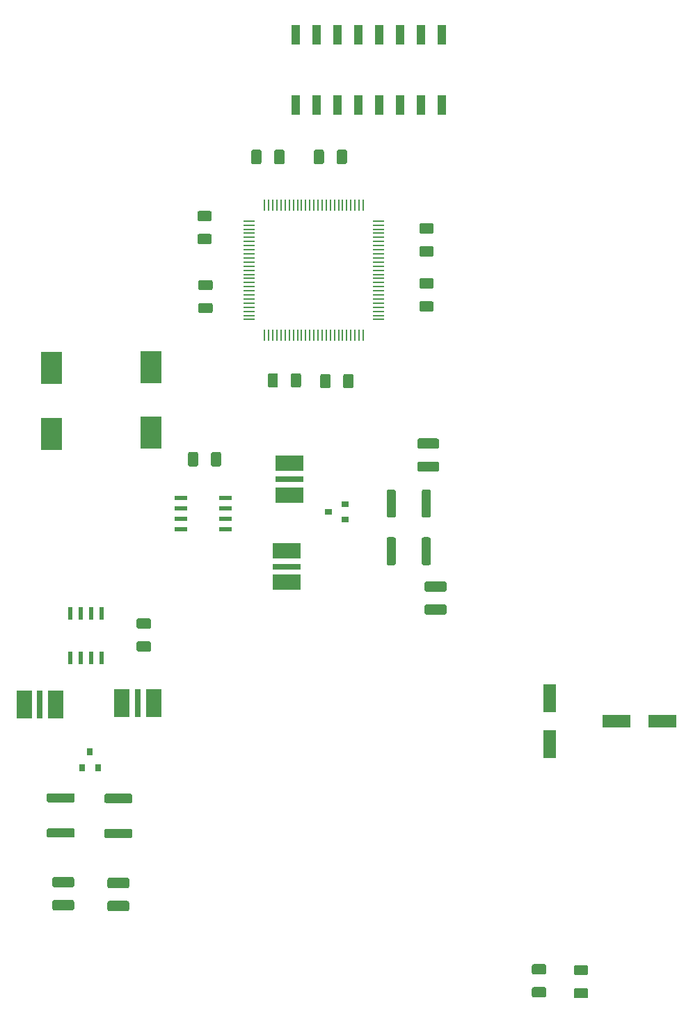
<source format=gbr>
G04 #@! TF.GenerationSoftware,KiCad,Pcbnew,5.1.5+dfsg1-2build2*
G04 #@! TF.CreationDate,2020-05-20T12:57:59-04:00*
G04 #@! TF.ProjectId,BackPanel,4261636b-5061-46e6-956c-2e6b69636164,rev?*
G04 #@! TF.SameCoordinates,Original*
G04 #@! TF.FileFunction,Paste,Top*
G04 #@! TF.FilePolarity,Positive*
%FSLAX46Y46*%
G04 Gerber Fmt 4.6, Leading zero omitted, Abs format (unit mm)*
G04 Created by KiCad (PCBNEW 5.1.5+dfsg1-2build2) date 2020-05-20 12:57:59*
%MOMM*%
%LPD*%
G04 APERTURE LIST*
%ADD10C,0.100000*%
%ADD11R,0.900000X0.800000*%
%ADD12R,0.800000X0.900000*%
%ADD13R,0.600000X1.550000*%
%ADD14R,1.550000X0.600000*%
%ADD15R,1.400000X0.180000*%
%ADD16R,0.180000X1.400000*%
%ADD17R,2.500000X4.000000*%
%ADD18R,1.600000X3.500000*%
%ADD19R,3.500000X1.600000*%
%ADD20R,1.120000X2.440000*%
%ADD21R,3.400000X0.800000*%
%ADD22R,3.400000X1.850000*%
%ADD23R,0.800000X3.400000*%
%ADD24R,1.850000X3.400000*%
G04 APERTURE END LIST*
D10*
G36*
X125249504Y-103076204D02*
G01*
X125273773Y-103079804D01*
X125297571Y-103085765D01*
X125320671Y-103094030D01*
X125342849Y-103104520D01*
X125363893Y-103117133D01*
X125383598Y-103131747D01*
X125401777Y-103148223D01*
X125418253Y-103166402D01*
X125432867Y-103186107D01*
X125445480Y-103207151D01*
X125455970Y-103229329D01*
X125464235Y-103252429D01*
X125470196Y-103276227D01*
X125473796Y-103300496D01*
X125475000Y-103325000D01*
X125475000Y-104075000D01*
X125473796Y-104099504D01*
X125470196Y-104123773D01*
X125464235Y-104147571D01*
X125455970Y-104170671D01*
X125445480Y-104192849D01*
X125432867Y-104213893D01*
X125418253Y-104233598D01*
X125401777Y-104251777D01*
X125383598Y-104268253D01*
X125363893Y-104282867D01*
X125342849Y-104295480D01*
X125320671Y-104305970D01*
X125297571Y-104314235D01*
X125273773Y-104320196D01*
X125249504Y-104323796D01*
X125225000Y-104325000D01*
X123975000Y-104325000D01*
X123950496Y-104323796D01*
X123926227Y-104320196D01*
X123902429Y-104314235D01*
X123879329Y-104305970D01*
X123857151Y-104295480D01*
X123836107Y-104282867D01*
X123816402Y-104268253D01*
X123798223Y-104251777D01*
X123781747Y-104233598D01*
X123767133Y-104213893D01*
X123754520Y-104192849D01*
X123744030Y-104170671D01*
X123735765Y-104147571D01*
X123729804Y-104123773D01*
X123726204Y-104099504D01*
X123725000Y-104075000D01*
X123725000Y-103325000D01*
X123726204Y-103300496D01*
X123729804Y-103276227D01*
X123735765Y-103252429D01*
X123744030Y-103229329D01*
X123754520Y-103207151D01*
X123767133Y-103186107D01*
X123781747Y-103166402D01*
X123798223Y-103148223D01*
X123816402Y-103131747D01*
X123836107Y-103117133D01*
X123857151Y-103104520D01*
X123879329Y-103094030D01*
X123902429Y-103085765D01*
X123926227Y-103079804D01*
X123950496Y-103076204D01*
X123975000Y-103075000D01*
X125225000Y-103075000D01*
X125249504Y-103076204D01*
G37*
G36*
X125249504Y-100276204D02*
G01*
X125273773Y-100279804D01*
X125297571Y-100285765D01*
X125320671Y-100294030D01*
X125342849Y-100304520D01*
X125363893Y-100317133D01*
X125383598Y-100331747D01*
X125401777Y-100348223D01*
X125418253Y-100366402D01*
X125432867Y-100386107D01*
X125445480Y-100407151D01*
X125455970Y-100429329D01*
X125464235Y-100452429D01*
X125470196Y-100476227D01*
X125473796Y-100500496D01*
X125475000Y-100525000D01*
X125475000Y-101275000D01*
X125473796Y-101299504D01*
X125470196Y-101323773D01*
X125464235Y-101347571D01*
X125455970Y-101370671D01*
X125445480Y-101392849D01*
X125432867Y-101413893D01*
X125418253Y-101433598D01*
X125401777Y-101451777D01*
X125383598Y-101468253D01*
X125363893Y-101482867D01*
X125342849Y-101495480D01*
X125320671Y-101505970D01*
X125297571Y-101514235D01*
X125273773Y-101520196D01*
X125249504Y-101523796D01*
X125225000Y-101525000D01*
X123975000Y-101525000D01*
X123950496Y-101523796D01*
X123926227Y-101520196D01*
X123902429Y-101514235D01*
X123879329Y-101505970D01*
X123857151Y-101495480D01*
X123836107Y-101482867D01*
X123816402Y-101468253D01*
X123798223Y-101451777D01*
X123781747Y-101433598D01*
X123767133Y-101413893D01*
X123754520Y-101392849D01*
X123744030Y-101370671D01*
X123735765Y-101347571D01*
X123729804Y-101323773D01*
X123726204Y-101299504D01*
X123725000Y-101275000D01*
X123725000Y-100525000D01*
X123726204Y-100500496D01*
X123729804Y-100476227D01*
X123735765Y-100452429D01*
X123744030Y-100429329D01*
X123754520Y-100407151D01*
X123767133Y-100386107D01*
X123781747Y-100366402D01*
X123798223Y-100348223D01*
X123816402Y-100331747D01*
X123836107Y-100317133D01*
X123857151Y-100304520D01*
X123879329Y-100294030D01*
X123902429Y-100285765D01*
X123926227Y-100279804D01*
X123950496Y-100276204D01*
X123975000Y-100275000D01*
X125225000Y-100275000D01*
X125249504Y-100276204D01*
G37*
G36*
X159312505Y-84601204D02*
G01*
X159336773Y-84604804D01*
X159360572Y-84610765D01*
X159383671Y-84619030D01*
X159405850Y-84629520D01*
X159426893Y-84642132D01*
X159446599Y-84656747D01*
X159464777Y-84673223D01*
X159481253Y-84691401D01*
X159495868Y-84711107D01*
X159508480Y-84732150D01*
X159518970Y-84754329D01*
X159527235Y-84777428D01*
X159533196Y-84801227D01*
X159536796Y-84825495D01*
X159538000Y-84849999D01*
X159538000Y-87750001D01*
X159536796Y-87774505D01*
X159533196Y-87798773D01*
X159527235Y-87822572D01*
X159518970Y-87845671D01*
X159508480Y-87867850D01*
X159495868Y-87888893D01*
X159481253Y-87908599D01*
X159464777Y-87926777D01*
X159446599Y-87943253D01*
X159426893Y-87957868D01*
X159405850Y-87970480D01*
X159383671Y-87980970D01*
X159360572Y-87989235D01*
X159336773Y-87995196D01*
X159312505Y-87998796D01*
X159288001Y-88000000D01*
X158662999Y-88000000D01*
X158638495Y-87998796D01*
X158614227Y-87995196D01*
X158590428Y-87989235D01*
X158567329Y-87980970D01*
X158545150Y-87970480D01*
X158524107Y-87957868D01*
X158504401Y-87943253D01*
X158486223Y-87926777D01*
X158469747Y-87908599D01*
X158455132Y-87888893D01*
X158442520Y-87867850D01*
X158432030Y-87845671D01*
X158423765Y-87822572D01*
X158417804Y-87798773D01*
X158414204Y-87774505D01*
X158413000Y-87750001D01*
X158413000Y-84849999D01*
X158414204Y-84825495D01*
X158417804Y-84801227D01*
X158423765Y-84777428D01*
X158432030Y-84754329D01*
X158442520Y-84732150D01*
X158455132Y-84711107D01*
X158469747Y-84691401D01*
X158486223Y-84673223D01*
X158504401Y-84656747D01*
X158524107Y-84642132D01*
X158545150Y-84629520D01*
X158567329Y-84619030D01*
X158590428Y-84610765D01*
X158614227Y-84604804D01*
X158638495Y-84601204D01*
X158662999Y-84600000D01*
X159288001Y-84600000D01*
X159312505Y-84601204D01*
G37*
G36*
X155037505Y-84601204D02*
G01*
X155061773Y-84604804D01*
X155085572Y-84610765D01*
X155108671Y-84619030D01*
X155130850Y-84629520D01*
X155151893Y-84642132D01*
X155171599Y-84656747D01*
X155189777Y-84673223D01*
X155206253Y-84691401D01*
X155220868Y-84711107D01*
X155233480Y-84732150D01*
X155243970Y-84754329D01*
X155252235Y-84777428D01*
X155258196Y-84801227D01*
X155261796Y-84825495D01*
X155263000Y-84849999D01*
X155263000Y-87750001D01*
X155261796Y-87774505D01*
X155258196Y-87798773D01*
X155252235Y-87822572D01*
X155243970Y-87845671D01*
X155233480Y-87867850D01*
X155220868Y-87888893D01*
X155206253Y-87908599D01*
X155189777Y-87926777D01*
X155171599Y-87943253D01*
X155151893Y-87957868D01*
X155130850Y-87970480D01*
X155108671Y-87980970D01*
X155085572Y-87989235D01*
X155061773Y-87995196D01*
X155037505Y-87998796D01*
X155013001Y-88000000D01*
X154387999Y-88000000D01*
X154363495Y-87998796D01*
X154339227Y-87995196D01*
X154315428Y-87989235D01*
X154292329Y-87980970D01*
X154270150Y-87970480D01*
X154249107Y-87957868D01*
X154229401Y-87943253D01*
X154211223Y-87926777D01*
X154194747Y-87908599D01*
X154180132Y-87888893D01*
X154167520Y-87867850D01*
X154157030Y-87845671D01*
X154148765Y-87822572D01*
X154142804Y-87798773D01*
X154139204Y-87774505D01*
X154138000Y-87750001D01*
X154138000Y-84849999D01*
X154139204Y-84825495D01*
X154142804Y-84801227D01*
X154148765Y-84777428D01*
X154157030Y-84754329D01*
X154167520Y-84732150D01*
X154180132Y-84711107D01*
X154194747Y-84691401D01*
X154211223Y-84673223D01*
X154229401Y-84656747D01*
X154249107Y-84642132D01*
X154270150Y-84629520D01*
X154292329Y-84619030D01*
X154315428Y-84610765D01*
X154339227Y-84604804D01*
X154363495Y-84601204D01*
X154387999Y-84600000D01*
X155013001Y-84600000D01*
X155037505Y-84601204D01*
G37*
G36*
X132749504Y-61876204D02*
G01*
X132773773Y-61879804D01*
X132797571Y-61885765D01*
X132820671Y-61894030D01*
X132842849Y-61904520D01*
X132863893Y-61917133D01*
X132883598Y-61931747D01*
X132901777Y-61948223D01*
X132918253Y-61966402D01*
X132932867Y-61986107D01*
X132945480Y-62007151D01*
X132955970Y-62029329D01*
X132964235Y-62052429D01*
X132970196Y-62076227D01*
X132973796Y-62100496D01*
X132975000Y-62125000D01*
X132975000Y-62875000D01*
X132973796Y-62899504D01*
X132970196Y-62923773D01*
X132964235Y-62947571D01*
X132955970Y-62970671D01*
X132945480Y-62992849D01*
X132932867Y-63013893D01*
X132918253Y-63033598D01*
X132901777Y-63051777D01*
X132883598Y-63068253D01*
X132863893Y-63082867D01*
X132842849Y-63095480D01*
X132820671Y-63105970D01*
X132797571Y-63114235D01*
X132773773Y-63120196D01*
X132749504Y-63123796D01*
X132725000Y-63125000D01*
X131475000Y-63125000D01*
X131450496Y-63123796D01*
X131426227Y-63120196D01*
X131402429Y-63114235D01*
X131379329Y-63105970D01*
X131357151Y-63095480D01*
X131336107Y-63082867D01*
X131316402Y-63068253D01*
X131298223Y-63051777D01*
X131281747Y-63033598D01*
X131267133Y-63013893D01*
X131254520Y-62992849D01*
X131244030Y-62970671D01*
X131235765Y-62947571D01*
X131229804Y-62923773D01*
X131226204Y-62899504D01*
X131225000Y-62875000D01*
X131225000Y-62125000D01*
X131226204Y-62100496D01*
X131229804Y-62076227D01*
X131235765Y-62052429D01*
X131244030Y-62029329D01*
X131254520Y-62007151D01*
X131267133Y-61986107D01*
X131281747Y-61966402D01*
X131298223Y-61948223D01*
X131316402Y-61931747D01*
X131336107Y-61917133D01*
X131357151Y-61904520D01*
X131379329Y-61894030D01*
X131402429Y-61885765D01*
X131426227Y-61879804D01*
X131450496Y-61876204D01*
X131475000Y-61875000D01*
X132725000Y-61875000D01*
X132749504Y-61876204D01*
G37*
G36*
X132749504Y-59076204D02*
G01*
X132773773Y-59079804D01*
X132797571Y-59085765D01*
X132820671Y-59094030D01*
X132842849Y-59104520D01*
X132863893Y-59117133D01*
X132883598Y-59131747D01*
X132901777Y-59148223D01*
X132918253Y-59166402D01*
X132932867Y-59186107D01*
X132945480Y-59207151D01*
X132955970Y-59229329D01*
X132964235Y-59252429D01*
X132970196Y-59276227D01*
X132973796Y-59300496D01*
X132975000Y-59325000D01*
X132975000Y-60075000D01*
X132973796Y-60099504D01*
X132970196Y-60123773D01*
X132964235Y-60147571D01*
X132955970Y-60170671D01*
X132945480Y-60192849D01*
X132932867Y-60213893D01*
X132918253Y-60233598D01*
X132901777Y-60251777D01*
X132883598Y-60268253D01*
X132863893Y-60282867D01*
X132842849Y-60295480D01*
X132820671Y-60305970D01*
X132797571Y-60314235D01*
X132773773Y-60320196D01*
X132749504Y-60323796D01*
X132725000Y-60325000D01*
X131475000Y-60325000D01*
X131450496Y-60323796D01*
X131426227Y-60320196D01*
X131402429Y-60314235D01*
X131379329Y-60305970D01*
X131357151Y-60295480D01*
X131336107Y-60282867D01*
X131316402Y-60268253D01*
X131298223Y-60251777D01*
X131281747Y-60233598D01*
X131267133Y-60213893D01*
X131254520Y-60192849D01*
X131244030Y-60170671D01*
X131235765Y-60147571D01*
X131229804Y-60123773D01*
X131226204Y-60099504D01*
X131225000Y-60075000D01*
X131225000Y-59325000D01*
X131226204Y-59300496D01*
X131229804Y-59276227D01*
X131235765Y-59252429D01*
X131244030Y-59229329D01*
X131254520Y-59207151D01*
X131267133Y-59186107D01*
X131281747Y-59166402D01*
X131298223Y-59148223D01*
X131316402Y-59131747D01*
X131336107Y-59117133D01*
X131357151Y-59104520D01*
X131379329Y-59094030D01*
X131402429Y-59085765D01*
X131426227Y-59079804D01*
X131450496Y-59076204D01*
X131475000Y-59075000D01*
X132725000Y-59075000D01*
X132749504Y-59076204D01*
G37*
G36*
X122599504Y-131876204D02*
G01*
X122623773Y-131879804D01*
X122647571Y-131885765D01*
X122670671Y-131894030D01*
X122692849Y-131904520D01*
X122713893Y-131917133D01*
X122733598Y-131931747D01*
X122751777Y-131948223D01*
X122768253Y-131966402D01*
X122782867Y-131986107D01*
X122795480Y-132007151D01*
X122805970Y-132029329D01*
X122814235Y-132052429D01*
X122820196Y-132076227D01*
X122823796Y-132100496D01*
X122825000Y-132125000D01*
X122825000Y-132875000D01*
X122823796Y-132899504D01*
X122820196Y-132923773D01*
X122814235Y-132947571D01*
X122805970Y-132970671D01*
X122795480Y-132992849D01*
X122782867Y-133013893D01*
X122768253Y-133033598D01*
X122751777Y-133051777D01*
X122733598Y-133068253D01*
X122713893Y-133082867D01*
X122692849Y-133095480D01*
X122670671Y-133105970D01*
X122647571Y-133114235D01*
X122623773Y-133120196D01*
X122599504Y-133123796D01*
X122575000Y-133125000D01*
X120425000Y-133125000D01*
X120400496Y-133123796D01*
X120376227Y-133120196D01*
X120352429Y-133114235D01*
X120329329Y-133105970D01*
X120307151Y-133095480D01*
X120286107Y-133082867D01*
X120266402Y-133068253D01*
X120248223Y-133051777D01*
X120231747Y-133033598D01*
X120217133Y-133013893D01*
X120204520Y-132992849D01*
X120194030Y-132970671D01*
X120185765Y-132947571D01*
X120179804Y-132923773D01*
X120176204Y-132899504D01*
X120175000Y-132875000D01*
X120175000Y-132125000D01*
X120176204Y-132100496D01*
X120179804Y-132076227D01*
X120185765Y-132052429D01*
X120194030Y-132029329D01*
X120204520Y-132007151D01*
X120217133Y-131986107D01*
X120231747Y-131966402D01*
X120248223Y-131948223D01*
X120266402Y-131931747D01*
X120286107Y-131917133D01*
X120307151Y-131904520D01*
X120329329Y-131894030D01*
X120352429Y-131885765D01*
X120376227Y-131879804D01*
X120400496Y-131876204D01*
X120425000Y-131875000D01*
X122575000Y-131875000D01*
X122599504Y-131876204D01*
G37*
G36*
X122599504Y-134676204D02*
G01*
X122623773Y-134679804D01*
X122647571Y-134685765D01*
X122670671Y-134694030D01*
X122692849Y-134704520D01*
X122713893Y-134717133D01*
X122733598Y-134731747D01*
X122751777Y-134748223D01*
X122768253Y-134766402D01*
X122782867Y-134786107D01*
X122795480Y-134807151D01*
X122805970Y-134829329D01*
X122814235Y-134852429D01*
X122820196Y-134876227D01*
X122823796Y-134900496D01*
X122825000Y-134925000D01*
X122825000Y-135675000D01*
X122823796Y-135699504D01*
X122820196Y-135723773D01*
X122814235Y-135747571D01*
X122805970Y-135770671D01*
X122795480Y-135792849D01*
X122782867Y-135813893D01*
X122768253Y-135833598D01*
X122751777Y-135851777D01*
X122733598Y-135868253D01*
X122713893Y-135882867D01*
X122692849Y-135895480D01*
X122670671Y-135905970D01*
X122647571Y-135914235D01*
X122623773Y-135920196D01*
X122599504Y-135923796D01*
X122575000Y-135925000D01*
X120425000Y-135925000D01*
X120400496Y-135923796D01*
X120376227Y-135920196D01*
X120352429Y-135914235D01*
X120329329Y-135905970D01*
X120307151Y-135895480D01*
X120286107Y-135882867D01*
X120266402Y-135868253D01*
X120248223Y-135851777D01*
X120231747Y-135833598D01*
X120217133Y-135813893D01*
X120204520Y-135792849D01*
X120194030Y-135770671D01*
X120185765Y-135747571D01*
X120179804Y-135723773D01*
X120176204Y-135699504D01*
X120175000Y-135675000D01*
X120175000Y-134925000D01*
X120176204Y-134900496D01*
X120179804Y-134876227D01*
X120185765Y-134852429D01*
X120194030Y-134829329D01*
X120204520Y-134807151D01*
X120217133Y-134786107D01*
X120231747Y-134766402D01*
X120248223Y-134748223D01*
X120266402Y-134731747D01*
X120286107Y-134717133D01*
X120307151Y-134704520D01*
X120329329Y-134694030D01*
X120352429Y-134685765D01*
X120376227Y-134679804D01*
X120400496Y-134676204D01*
X120425000Y-134675000D01*
X122575000Y-134675000D01*
X122599504Y-134676204D01*
G37*
D11*
X149100000Y-88250000D03*
X149100000Y-86350000D03*
X147100000Y-87300000D03*
D12*
X118050000Y-116500000D03*
X119000000Y-118500000D03*
X117100000Y-118500000D03*
D10*
G36*
X115974505Y-125838204D02*
G01*
X115998773Y-125841804D01*
X116022572Y-125847765D01*
X116045671Y-125856030D01*
X116067850Y-125866520D01*
X116088893Y-125879132D01*
X116108599Y-125893747D01*
X116126777Y-125910223D01*
X116143253Y-125928401D01*
X116157868Y-125948107D01*
X116170480Y-125969150D01*
X116180970Y-125991329D01*
X116189235Y-126014428D01*
X116195196Y-126038227D01*
X116198796Y-126062495D01*
X116200000Y-126086999D01*
X116200000Y-126712001D01*
X116198796Y-126736505D01*
X116195196Y-126760773D01*
X116189235Y-126784572D01*
X116180970Y-126807671D01*
X116170480Y-126829850D01*
X116157868Y-126850893D01*
X116143253Y-126870599D01*
X116126777Y-126888777D01*
X116108599Y-126905253D01*
X116088893Y-126919868D01*
X116067850Y-126932480D01*
X116045671Y-126942970D01*
X116022572Y-126951235D01*
X115998773Y-126957196D01*
X115974505Y-126960796D01*
X115950001Y-126962000D01*
X113049999Y-126962000D01*
X113025495Y-126960796D01*
X113001227Y-126957196D01*
X112977428Y-126951235D01*
X112954329Y-126942970D01*
X112932150Y-126932480D01*
X112911107Y-126919868D01*
X112891401Y-126905253D01*
X112873223Y-126888777D01*
X112856747Y-126870599D01*
X112842132Y-126850893D01*
X112829520Y-126829850D01*
X112819030Y-126807671D01*
X112810765Y-126784572D01*
X112804804Y-126760773D01*
X112801204Y-126736505D01*
X112800000Y-126712001D01*
X112800000Y-126086999D01*
X112801204Y-126062495D01*
X112804804Y-126038227D01*
X112810765Y-126014428D01*
X112819030Y-125991329D01*
X112829520Y-125969150D01*
X112842132Y-125948107D01*
X112856747Y-125928401D01*
X112873223Y-125910223D01*
X112891401Y-125893747D01*
X112911107Y-125879132D01*
X112932150Y-125866520D01*
X112954329Y-125856030D01*
X112977428Y-125847765D01*
X113001227Y-125841804D01*
X113025495Y-125838204D01*
X113049999Y-125837000D01*
X115950001Y-125837000D01*
X115974505Y-125838204D01*
G37*
G36*
X115974505Y-121563204D02*
G01*
X115998773Y-121566804D01*
X116022572Y-121572765D01*
X116045671Y-121581030D01*
X116067850Y-121591520D01*
X116088893Y-121604132D01*
X116108599Y-121618747D01*
X116126777Y-121635223D01*
X116143253Y-121653401D01*
X116157868Y-121673107D01*
X116170480Y-121694150D01*
X116180970Y-121716329D01*
X116189235Y-121739428D01*
X116195196Y-121763227D01*
X116198796Y-121787495D01*
X116200000Y-121811999D01*
X116200000Y-122437001D01*
X116198796Y-122461505D01*
X116195196Y-122485773D01*
X116189235Y-122509572D01*
X116180970Y-122532671D01*
X116170480Y-122554850D01*
X116157868Y-122575893D01*
X116143253Y-122595599D01*
X116126777Y-122613777D01*
X116108599Y-122630253D01*
X116088893Y-122644868D01*
X116067850Y-122657480D01*
X116045671Y-122667970D01*
X116022572Y-122676235D01*
X115998773Y-122682196D01*
X115974505Y-122685796D01*
X115950001Y-122687000D01*
X113049999Y-122687000D01*
X113025495Y-122685796D01*
X113001227Y-122682196D01*
X112977428Y-122676235D01*
X112954329Y-122667970D01*
X112932150Y-122657480D01*
X112911107Y-122644868D01*
X112891401Y-122630253D01*
X112873223Y-122613777D01*
X112856747Y-122595599D01*
X112842132Y-122575893D01*
X112829520Y-122554850D01*
X112819030Y-122532671D01*
X112810765Y-122509572D01*
X112804804Y-122485773D01*
X112801204Y-122461505D01*
X112800000Y-122437001D01*
X112800000Y-121811999D01*
X112801204Y-121787495D01*
X112804804Y-121763227D01*
X112810765Y-121739428D01*
X112819030Y-121716329D01*
X112829520Y-121694150D01*
X112842132Y-121673107D01*
X112856747Y-121653401D01*
X112873223Y-121635223D01*
X112891401Y-121618747D01*
X112911107Y-121604132D01*
X112932150Y-121591520D01*
X112954329Y-121581030D01*
X112977428Y-121572765D01*
X113001227Y-121566804D01*
X113025495Y-121563204D01*
X113049999Y-121562000D01*
X115950001Y-121562000D01*
X115974505Y-121563204D01*
G37*
G36*
X143499504Y-70426204D02*
G01*
X143523773Y-70429804D01*
X143547571Y-70435765D01*
X143570671Y-70444030D01*
X143592849Y-70454520D01*
X143613893Y-70467133D01*
X143633598Y-70481747D01*
X143651777Y-70498223D01*
X143668253Y-70516402D01*
X143682867Y-70536107D01*
X143695480Y-70557151D01*
X143705970Y-70579329D01*
X143714235Y-70602429D01*
X143720196Y-70626227D01*
X143723796Y-70650496D01*
X143725000Y-70675000D01*
X143725000Y-71925000D01*
X143723796Y-71949504D01*
X143720196Y-71973773D01*
X143714235Y-71997571D01*
X143705970Y-72020671D01*
X143695480Y-72042849D01*
X143682867Y-72063893D01*
X143668253Y-72083598D01*
X143651777Y-72101777D01*
X143633598Y-72118253D01*
X143613893Y-72132867D01*
X143592849Y-72145480D01*
X143570671Y-72155970D01*
X143547571Y-72164235D01*
X143523773Y-72170196D01*
X143499504Y-72173796D01*
X143475000Y-72175000D01*
X142725000Y-72175000D01*
X142700496Y-72173796D01*
X142676227Y-72170196D01*
X142652429Y-72164235D01*
X142629329Y-72155970D01*
X142607151Y-72145480D01*
X142586107Y-72132867D01*
X142566402Y-72118253D01*
X142548223Y-72101777D01*
X142531747Y-72083598D01*
X142517133Y-72063893D01*
X142504520Y-72042849D01*
X142494030Y-72020671D01*
X142485765Y-71997571D01*
X142479804Y-71973773D01*
X142476204Y-71949504D01*
X142475000Y-71925000D01*
X142475000Y-70675000D01*
X142476204Y-70650496D01*
X142479804Y-70626227D01*
X142485765Y-70602429D01*
X142494030Y-70579329D01*
X142504520Y-70557151D01*
X142517133Y-70536107D01*
X142531747Y-70516402D01*
X142548223Y-70498223D01*
X142566402Y-70481747D01*
X142586107Y-70467133D01*
X142607151Y-70454520D01*
X142629329Y-70444030D01*
X142652429Y-70435765D01*
X142676227Y-70429804D01*
X142700496Y-70426204D01*
X142725000Y-70425000D01*
X143475000Y-70425000D01*
X143499504Y-70426204D01*
G37*
G36*
X140699504Y-70426204D02*
G01*
X140723773Y-70429804D01*
X140747571Y-70435765D01*
X140770671Y-70444030D01*
X140792849Y-70454520D01*
X140813893Y-70467133D01*
X140833598Y-70481747D01*
X140851777Y-70498223D01*
X140868253Y-70516402D01*
X140882867Y-70536107D01*
X140895480Y-70557151D01*
X140905970Y-70579329D01*
X140914235Y-70602429D01*
X140920196Y-70626227D01*
X140923796Y-70650496D01*
X140925000Y-70675000D01*
X140925000Y-71925000D01*
X140923796Y-71949504D01*
X140920196Y-71973773D01*
X140914235Y-71997571D01*
X140905970Y-72020671D01*
X140895480Y-72042849D01*
X140882867Y-72063893D01*
X140868253Y-72083598D01*
X140851777Y-72101777D01*
X140833598Y-72118253D01*
X140813893Y-72132867D01*
X140792849Y-72145480D01*
X140770671Y-72155970D01*
X140747571Y-72164235D01*
X140723773Y-72170196D01*
X140699504Y-72173796D01*
X140675000Y-72175000D01*
X139925000Y-72175000D01*
X139900496Y-72173796D01*
X139876227Y-72170196D01*
X139852429Y-72164235D01*
X139829329Y-72155970D01*
X139807151Y-72145480D01*
X139786107Y-72132867D01*
X139766402Y-72118253D01*
X139748223Y-72101777D01*
X139731747Y-72083598D01*
X139717133Y-72063893D01*
X139704520Y-72042849D01*
X139694030Y-72020671D01*
X139685765Y-71997571D01*
X139679804Y-71973773D01*
X139676204Y-71949504D01*
X139675000Y-71925000D01*
X139675000Y-70675000D01*
X139676204Y-70650496D01*
X139679804Y-70626227D01*
X139685765Y-70602429D01*
X139694030Y-70579329D01*
X139704520Y-70557151D01*
X139717133Y-70536107D01*
X139731747Y-70516402D01*
X139748223Y-70498223D01*
X139766402Y-70481747D01*
X139786107Y-70467133D01*
X139807151Y-70454520D01*
X139829329Y-70444030D01*
X139852429Y-70435765D01*
X139876227Y-70429804D01*
X139900496Y-70426204D01*
X139925000Y-70425000D01*
X140675000Y-70425000D01*
X140699504Y-70426204D01*
G37*
D13*
X119505000Y-99700000D03*
X118235000Y-99700000D03*
X116965000Y-99700000D03*
X115695000Y-99700000D03*
X115695000Y-105100000D03*
X116965000Y-105100000D03*
X118235000Y-105100000D03*
X119505000Y-105100000D03*
D14*
X134500000Y-85630000D03*
X134500000Y-86900000D03*
X134500000Y-88170000D03*
X134500000Y-89440000D03*
X129100000Y-89440000D03*
X129100000Y-88170000D03*
X129100000Y-86900000D03*
X129100000Y-85630000D03*
D10*
G36*
X161199504Y-98576204D02*
G01*
X161223773Y-98579804D01*
X161247571Y-98585765D01*
X161270671Y-98594030D01*
X161292849Y-98604520D01*
X161313893Y-98617133D01*
X161333598Y-98631747D01*
X161351777Y-98648223D01*
X161368253Y-98666402D01*
X161382867Y-98686107D01*
X161395480Y-98707151D01*
X161405970Y-98729329D01*
X161414235Y-98752429D01*
X161420196Y-98776227D01*
X161423796Y-98800496D01*
X161425000Y-98825000D01*
X161425000Y-99575000D01*
X161423796Y-99599504D01*
X161420196Y-99623773D01*
X161414235Y-99647571D01*
X161405970Y-99670671D01*
X161395480Y-99692849D01*
X161382867Y-99713893D01*
X161368253Y-99733598D01*
X161351777Y-99751777D01*
X161333598Y-99768253D01*
X161313893Y-99782867D01*
X161292849Y-99795480D01*
X161270671Y-99805970D01*
X161247571Y-99814235D01*
X161223773Y-99820196D01*
X161199504Y-99823796D01*
X161175000Y-99825000D01*
X159025000Y-99825000D01*
X159000496Y-99823796D01*
X158976227Y-99820196D01*
X158952429Y-99814235D01*
X158929329Y-99805970D01*
X158907151Y-99795480D01*
X158886107Y-99782867D01*
X158866402Y-99768253D01*
X158848223Y-99751777D01*
X158831747Y-99733598D01*
X158817133Y-99713893D01*
X158804520Y-99692849D01*
X158794030Y-99670671D01*
X158785765Y-99647571D01*
X158779804Y-99623773D01*
X158776204Y-99599504D01*
X158775000Y-99575000D01*
X158775000Y-98825000D01*
X158776204Y-98800496D01*
X158779804Y-98776227D01*
X158785765Y-98752429D01*
X158794030Y-98729329D01*
X158804520Y-98707151D01*
X158817133Y-98686107D01*
X158831747Y-98666402D01*
X158848223Y-98648223D01*
X158866402Y-98631747D01*
X158886107Y-98617133D01*
X158907151Y-98604520D01*
X158929329Y-98594030D01*
X158952429Y-98585765D01*
X158976227Y-98579804D01*
X159000496Y-98576204D01*
X159025000Y-98575000D01*
X161175000Y-98575000D01*
X161199504Y-98576204D01*
G37*
G36*
X161199504Y-95776204D02*
G01*
X161223773Y-95779804D01*
X161247571Y-95785765D01*
X161270671Y-95794030D01*
X161292849Y-95804520D01*
X161313893Y-95817133D01*
X161333598Y-95831747D01*
X161351777Y-95848223D01*
X161368253Y-95866402D01*
X161382867Y-95886107D01*
X161395480Y-95907151D01*
X161405970Y-95929329D01*
X161414235Y-95952429D01*
X161420196Y-95976227D01*
X161423796Y-96000496D01*
X161425000Y-96025000D01*
X161425000Y-96775000D01*
X161423796Y-96799504D01*
X161420196Y-96823773D01*
X161414235Y-96847571D01*
X161405970Y-96870671D01*
X161395480Y-96892849D01*
X161382867Y-96913893D01*
X161368253Y-96933598D01*
X161351777Y-96951777D01*
X161333598Y-96968253D01*
X161313893Y-96982867D01*
X161292849Y-96995480D01*
X161270671Y-97005970D01*
X161247571Y-97014235D01*
X161223773Y-97020196D01*
X161199504Y-97023796D01*
X161175000Y-97025000D01*
X159025000Y-97025000D01*
X159000496Y-97023796D01*
X158976227Y-97020196D01*
X158952429Y-97014235D01*
X158929329Y-97005970D01*
X158907151Y-96995480D01*
X158886107Y-96982867D01*
X158866402Y-96968253D01*
X158848223Y-96951777D01*
X158831747Y-96933598D01*
X158817133Y-96913893D01*
X158804520Y-96892849D01*
X158794030Y-96870671D01*
X158785765Y-96847571D01*
X158779804Y-96823773D01*
X158776204Y-96799504D01*
X158775000Y-96775000D01*
X158775000Y-96025000D01*
X158776204Y-96000496D01*
X158779804Y-95976227D01*
X158785765Y-95952429D01*
X158794030Y-95929329D01*
X158804520Y-95907151D01*
X158817133Y-95886107D01*
X158831747Y-95866402D01*
X158848223Y-95848223D01*
X158866402Y-95831747D01*
X158886107Y-95817133D01*
X158907151Y-95804520D01*
X158929329Y-95794030D01*
X158952429Y-95785765D01*
X158976227Y-95779804D01*
X159000496Y-95776204D01*
X159025000Y-95775000D01*
X161175000Y-95775000D01*
X161199504Y-95776204D01*
G37*
G36*
X130999504Y-80026204D02*
G01*
X131023773Y-80029804D01*
X131047571Y-80035765D01*
X131070671Y-80044030D01*
X131092849Y-80054520D01*
X131113893Y-80067133D01*
X131133598Y-80081747D01*
X131151777Y-80098223D01*
X131168253Y-80116402D01*
X131182867Y-80136107D01*
X131195480Y-80157151D01*
X131205970Y-80179329D01*
X131214235Y-80202429D01*
X131220196Y-80226227D01*
X131223796Y-80250496D01*
X131225000Y-80275000D01*
X131225000Y-81525000D01*
X131223796Y-81549504D01*
X131220196Y-81573773D01*
X131214235Y-81597571D01*
X131205970Y-81620671D01*
X131195480Y-81642849D01*
X131182867Y-81663893D01*
X131168253Y-81683598D01*
X131151777Y-81701777D01*
X131133598Y-81718253D01*
X131113893Y-81732867D01*
X131092849Y-81745480D01*
X131070671Y-81755970D01*
X131047571Y-81764235D01*
X131023773Y-81770196D01*
X130999504Y-81773796D01*
X130975000Y-81775000D01*
X130225000Y-81775000D01*
X130200496Y-81773796D01*
X130176227Y-81770196D01*
X130152429Y-81764235D01*
X130129329Y-81755970D01*
X130107151Y-81745480D01*
X130086107Y-81732867D01*
X130066402Y-81718253D01*
X130048223Y-81701777D01*
X130031747Y-81683598D01*
X130017133Y-81663893D01*
X130004520Y-81642849D01*
X129994030Y-81620671D01*
X129985765Y-81597571D01*
X129979804Y-81573773D01*
X129976204Y-81549504D01*
X129975000Y-81525000D01*
X129975000Y-80275000D01*
X129976204Y-80250496D01*
X129979804Y-80226227D01*
X129985765Y-80202429D01*
X129994030Y-80179329D01*
X130004520Y-80157151D01*
X130017133Y-80136107D01*
X130031747Y-80116402D01*
X130048223Y-80098223D01*
X130066402Y-80081747D01*
X130086107Y-80067133D01*
X130107151Y-80054520D01*
X130129329Y-80044030D01*
X130152429Y-80035765D01*
X130176227Y-80029804D01*
X130200496Y-80026204D01*
X130225000Y-80025000D01*
X130975000Y-80025000D01*
X130999504Y-80026204D01*
G37*
G36*
X133799504Y-80026204D02*
G01*
X133823773Y-80029804D01*
X133847571Y-80035765D01*
X133870671Y-80044030D01*
X133892849Y-80054520D01*
X133913893Y-80067133D01*
X133933598Y-80081747D01*
X133951777Y-80098223D01*
X133968253Y-80116402D01*
X133982867Y-80136107D01*
X133995480Y-80157151D01*
X134005970Y-80179329D01*
X134014235Y-80202429D01*
X134020196Y-80226227D01*
X134023796Y-80250496D01*
X134025000Y-80275000D01*
X134025000Y-81525000D01*
X134023796Y-81549504D01*
X134020196Y-81573773D01*
X134014235Y-81597571D01*
X134005970Y-81620671D01*
X133995480Y-81642849D01*
X133982867Y-81663893D01*
X133968253Y-81683598D01*
X133951777Y-81701777D01*
X133933598Y-81718253D01*
X133913893Y-81732867D01*
X133892849Y-81745480D01*
X133870671Y-81755970D01*
X133847571Y-81764235D01*
X133823773Y-81770196D01*
X133799504Y-81773796D01*
X133775000Y-81775000D01*
X133025000Y-81775000D01*
X133000496Y-81773796D01*
X132976227Y-81770196D01*
X132952429Y-81764235D01*
X132929329Y-81755970D01*
X132907151Y-81745480D01*
X132886107Y-81732867D01*
X132866402Y-81718253D01*
X132848223Y-81701777D01*
X132831747Y-81683598D01*
X132817133Y-81663893D01*
X132804520Y-81642849D01*
X132794030Y-81620671D01*
X132785765Y-81597571D01*
X132779804Y-81573773D01*
X132776204Y-81549504D01*
X132775000Y-81525000D01*
X132775000Y-80275000D01*
X132776204Y-80250496D01*
X132779804Y-80226227D01*
X132785765Y-80202429D01*
X132794030Y-80179329D01*
X132804520Y-80157151D01*
X132817133Y-80136107D01*
X132831747Y-80116402D01*
X132848223Y-80098223D01*
X132866402Y-80081747D01*
X132886107Y-80067133D01*
X132907151Y-80054520D01*
X132929329Y-80044030D01*
X132952429Y-80035765D01*
X132976227Y-80029804D01*
X133000496Y-80026204D01*
X133025000Y-80025000D01*
X133775000Y-80025000D01*
X133799504Y-80026204D01*
G37*
G36*
X115899504Y-134576204D02*
G01*
X115923773Y-134579804D01*
X115947571Y-134585765D01*
X115970671Y-134594030D01*
X115992849Y-134604520D01*
X116013893Y-134617133D01*
X116033598Y-134631747D01*
X116051777Y-134648223D01*
X116068253Y-134666402D01*
X116082867Y-134686107D01*
X116095480Y-134707151D01*
X116105970Y-134729329D01*
X116114235Y-134752429D01*
X116120196Y-134776227D01*
X116123796Y-134800496D01*
X116125000Y-134825000D01*
X116125000Y-135575000D01*
X116123796Y-135599504D01*
X116120196Y-135623773D01*
X116114235Y-135647571D01*
X116105970Y-135670671D01*
X116095480Y-135692849D01*
X116082867Y-135713893D01*
X116068253Y-135733598D01*
X116051777Y-135751777D01*
X116033598Y-135768253D01*
X116013893Y-135782867D01*
X115992849Y-135795480D01*
X115970671Y-135805970D01*
X115947571Y-135814235D01*
X115923773Y-135820196D01*
X115899504Y-135823796D01*
X115875000Y-135825000D01*
X113725000Y-135825000D01*
X113700496Y-135823796D01*
X113676227Y-135820196D01*
X113652429Y-135814235D01*
X113629329Y-135805970D01*
X113607151Y-135795480D01*
X113586107Y-135782867D01*
X113566402Y-135768253D01*
X113548223Y-135751777D01*
X113531747Y-135733598D01*
X113517133Y-135713893D01*
X113504520Y-135692849D01*
X113494030Y-135670671D01*
X113485765Y-135647571D01*
X113479804Y-135623773D01*
X113476204Y-135599504D01*
X113475000Y-135575000D01*
X113475000Y-134825000D01*
X113476204Y-134800496D01*
X113479804Y-134776227D01*
X113485765Y-134752429D01*
X113494030Y-134729329D01*
X113504520Y-134707151D01*
X113517133Y-134686107D01*
X113531747Y-134666402D01*
X113548223Y-134648223D01*
X113566402Y-134631747D01*
X113586107Y-134617133D01*
X113607151Y-134604520D01*
X113629329Y-134594030D01*
X113652429Y-134585765D01*
X113676227Y-134579804D01*
X113700496Y-134576204D01*
X113725000Y-134575000D01*
X115875000Y-134575000D01*
X115899504Y-134576204D01*
G37*
G36*
X115899504Y-131776204D02*
G01*
X115923773Y-131779804D01*
X115947571Y-131785765D01*
X115970671Y-131794030D01*
X115992849Y-131804520D01*
X116013893Y-131817133D01*
X116033598Y-131831747D01*
X116051777Y-131848223D01*
X116068253Y-131866402D01*
X116082867Y-131886107D01*
X116095480Y-131907151D01*
X116105970Y-131929329D01*
X116114235Y-131952429D01*
X116120196Y-131976227D01*
X116123796Y-132000496D01*
X116125000Y-132025000D01*
X116125000Y-132775000D01*
X116123796Y-132799504D01*
X116120196Y-132823773D01*
X116114235Y-132847571D01*
X116105970Y-132870671D01*
X116095480Y-132892849D01*
X116082867Y-132913893D01*
X116068253Y-132933598D01*
X116051777Y-132951777D01*
X116033598Y-132968253D01*
X116013893Y-132982867D01*
X115992849Y-132995480D01*
X115970671Y-133005970D01*
X115947571Y-133014235D01*
X115923773Y-133020196D01*
X115899504Y-133023796D01*
X115875000Y-133025000D01*
X113725000Y-133025000D01*
X113700496Y-133023796D01*
X113676227Y-133020196D01*
X113652429Y-133014235D01*
X113629329Y-133005970D01*
X113607151Y-132995480D01*
X113586107Y-132982867D01*
X113566402Y-132968253D01*
X113548223Y-132951777D01*
X113531747Y-132933598D01*
X113517133Y-132913893D01*
X113504520Y-132892849D01*
X113494030Y-132870671D01*
X113485765Y-132847571D01*
X113479804Y-132823773D01*
X113476204Y-132799504D01*
X113475000Y-132775000D01*
X113475000Y-132025000D01*
X113476204Y-132000496D01*
X113479804Y-131976227D01*
X113485765Y-131952429D01*
X113494030Y-131929329D01*
X113504520Y-131907151D01*
X113517133Y-131886107D01*
X113531747Y-131866402D01*
X113548223Y-131848223D01*
X113566402Y-131831747D01*
X113586107Y-131817133D01*
X113607151Y-131804520D01*
X113629329Y-131794030D01*
X113652429Y-131785765D01*
X113676227Y-131779804D01*
X113700496Y-131776204D01*
X113725000Y-131775000D01*
X115875000Y-131775000D01*
X115899504Y-131776204D01*
G37*
G36*
X122974505Y-121639204D02*
G01*
X122998773Y-121642804D01*
X123022572Y-121648765D01*
X123045671Y-121657030D01*
X123067850Y-121667520D01*
X123088893Y-121680132D01*
X123108599Y-121694747D01*
X123126777Y-121711223D01*
X123143253Y-121729401D01*
X123157868Y-121749107D01*
X123170480Y-121770150D01*
X123180970Y-121792329D01*
X123189235Y-121815428D01*
X123195196Y-121839227D01*
X123198796Y-121863495D01*
X123200000Y-121887999D01*
X123200000Y-122513001D01*
X123198796Y-122537505D01*
X123195196Y-122561773D01*
X123189235Y-122585572D01*
X123180970Y-122608671D01*
X123170480Y-122630850D01*
X123157868Y-122651893D01*
X123143253Y-122671599D01*
X123126777Y-122689777D01*
X123108599Y-122706253D01*
X123088893Y-122720868D01*
X123067850Y-122733480D01*
X123045671Y-122743970D01*
X123022572Y-122752235D01*
X122998773Y-122758196D01*
X122974505Y-122761796D01*
X122950001Y-122763000D01*
X120049999Y-122763000D01*
X120025495Y-122761796D01*
X120001227Y-122758196D01*
X119977428Y-122752235D01*
X119954329Y-122743970D01*
X119932150Y-122733480D01*
X119911107Y-122720868D01*
X119891401Y-122706253D01*
X119873223Y-122689777D01*
X119856747Y-122671599D01*
X119842132Y-122651893D01*
X119829520Y-122630850D01*
X119819030Y-122608671D01*
X119810765Y-122585572D01*
X119804804Y-122561773D01*
X119801204Y-122537505D01*
X119800000Y-122513001D01*
X119800000Y-121887999D01*
X119801204Y-121863495D01*
X119804804Y-121839227D01*
X119810765Y-121815428D01*
X119819030Y-121792329D01*
X119829520Y-121770150D01*
X119842132Y-121749107D01*
X119856747Y-121729401D01*
X119873223Y-121711223D01*
X119891401Y-121694747D01*
X119911107Y-121680132D01*
X119932150Y-121667520D01*
X119954329Y-121657030D01*
X119977428Y-121648765D01*
X120001227Y-121642804D01*
X120025495Y-121639204D01*
X120049999Y-121638000D01*
X122950001Y-121638000D01*
X122974505Y-121639204D01*
G37*
G36*
X122974505Y-125914204D02*
G01*
X122998773Y-125917804D01*
X123022572Y-125923765D01*
X123045671Y-125932030D01*
X123067850Y-125942520D01*
X123088893Y-125955132D01*
X123108599Y-125969747D01*
X123126777Y-125986223D01*
X123143253Y-126004401D01*
X123157868Y-126024107D01*
X123170480Y-126045150D01*
X123180970Y-126067329D01*
X123189235Y-126090428D01*
X123195196Y-126114227D01*
X123198796Y-126138495D01*
X123200000Y-126162999D01*
X123200000Y-126788001D01*
X123198796Y-126812505D01*
X123195196Y-126836773D01*
X123189235Y-126860572D01*
X123180970Y-126883671D01*
X123170480Y-126905850D01*
X123157868Y-126926893D01*
X123143253Y-126946599D01*
X123126777Y-126964777D01*
X123108599Y-126981253D01*
X123088893Y-126995868D01*
X123067850Y-127008480D01*
X123045671Y-127018970D01*
X123022572Y-127027235D01*
X122998773Y-127033196D01*
X122974505Y-127036796D01*
X122950001Y-127038000D01*
X120049999Y-127038000D01*
X120025495Y-127036796D01*
X120001227Y-127033196D01*
X119977428Y-127027235D01*
X119954329Y-127018970D01*
X119932150Y-127008480D01*
X119911107Y-126995868D01*
X119891401Y-126981253D01*
X119873223Y-126964777D01*
X119856747Y-126946599D01*
X119842132Y-126926893D01*
X119829520Y-126905850D01*
X119819030Y-126883671D01*
X119810765Y-126860572D01*
X119804804Y-126836773D01*
X119801204Y-126812505D01*
X119800000Y-126788001D01*
X119800000Y-126162999D01*
X119801204Y-126138495D01*
X119804804Y-126114227D01*
X119810765Y-126090428D01*
X119819030Y-126067329D01*
X119829520Y-126045150D01*
X119842132Y-126024107D01*
X119856747Y-126004401D01*
X119873223Y-125986223D01*
X119891401Y-125969747D01*
X119911107Y-125955132D01*
X119932150Y-125942520D01*
X119954329Y-125932030D01*
X119977428Y-125923765D01*
X120001227Y-125917804D01*
X120025495Y-125914204D01*
X120049999Y-125913000D01*
X122950001Y-125913000D01*
X122974505Y-125914204D01*
G37*
G36*
X160299504Y-81176204D02*
G01*
X160323773Y-81179804D01*
X160347571Y-81185765D01*
X160370671Y-81194030D01*
X160392849Y-81204520D01*
X160413893Y-81217133D01*
X160433598Y-81231747D01*
X160451777Y-81248223D01*
X160468253Y-81266402D01*
X160482867Y-81286107D01*
X160495480Y-81307151D01*
X160505970Y-81329329D01*
X160514235Y-81352429D01*
X160520196Y-81376227D01*
X160523796Y-81400496D01*
X160525000Y-81425000D01*
X160525000Y-82175000D01*
X160523796Y-82199504D01*
X160520196Y-82223773D01*
X160514235Y-82247571D01*
X160505970Y-82270671D01*
X160495480Y-82292849D01*
X160482867Y-82313893D01*
X160468253Y-82333598D01*
X160451777Y-82351777D01*
X160433598Y-82368253D01*
X160413893Y-82382867D01*
X160392849Y-82395480D01*
X160370671Y-82405970D01*
X160347571Y-82414235D01*
X160323773Y-82420196D01*
X160299504Y-82423796D01*
X160275000Y-82425000D01*
X158125000Y-82425000D01*
X158100496Y-82423796D01*
X158076227Y-82420196D01*
X158052429Y-82414235D01*
X158029329Y-82405970D01*
X158007151Y-82395480D01*
X157986107Y-82382867D01*
X157966402Y-82368253D01*
X157948223Y-82351777D01*
X157931747Y-82333598D01*
X157917133Y-82313893D01*
X157904520Y-82292849D01*
X157894030Y-82270671D01*
X157885765Y-82247571D01*
X157879804Y-82223773D01*
X157876204Y-82199504D01*
X157875000Y-82175000D01*
X157875000Y-81425000D01*
X157876204Y-81400496D01*
X157879804Y-81376227D01*
X157885765Y-81352429D01*
X157894030Y-81329329D01*
X157904520Y-81307151D01*
X157917133Y-81286107D01*
X157931747Y-81266402D01*
X157948223Y-81248223D01*
X157966402Y-81231747D01*
X157986107Y-81217133D01*
X158007151Y-81204520D01*
X158029329Y-81194030D01*
X158052429Y-81185765D01*
X158076227Y-81179804D01*
X158100496Y-81176204D01*
X158125000Y-81175000D01*
X160275000Y-81175000D01*
X160299504Y-81176204D01*
G37*
G36*
X160299504Y-78376204D02*
G01*
X160323773Y-78379804D01*
X160347571Y-78385765D01*
X160370671Y-78394030D01*
X160392849Y-78404520D01*
X160413893Y-78417133D01*
X160433598Y-78431747D01*
X160451777Y-78448223D01*
X160468253Y-78466402D01*
X160482867Y-78486107D01*
X160495480Y-78507151D01*
X160505970Y-78529329D01*
X160514235Y-78552429D01*
X160520196Y-78576227D01*
X160523796Y-78600496D01*
X160525000Y-78625000D01*
X160525000Y-79375000D01*
X160523796Y-79399504D01*
X160520196Y-79423773D01*
X160514235Y-79447571D01*
X160505970Y-79470671D01*
X160495480Y-79492849D01*
X160482867Y-79513893D01*
X160468253Y-79533598D01*
X160451777Y-79551777D01*
X160433598Y-79568253D01*
X160413893Y-79582867D01*
X160392849Y-79595480D01*
X160370671Y-79605970D01*
X160347571Y-79614235D01*
X160323773Y-79620196D01*
X160299504Y-79623796D01*
X160275000Y-79625000D01*
X158125000Y-79625000D01*
X158100496Y-79623796D01*
X158076227Y-79620196D01*
X158052429Y-79614235D01*
X158029329Y-79605970D01*
X158007151Y-79595480D01*
X157986107Y-79582867D01*
X157966402Y-79568253D01*
X157948223Y-79551777D01*
X157931747Y-79533598D01*
X157917133Y-79513893D01*
X157904520Y-79492849D01*
X157894030Y-79470671D01*
X157885765Y-79447571D01*
X157879804Y-79423773D01*
X157876204Y-79399504D01*
X157875000Y-79375000D01*
X157875000Y-78625000D01*
X157876204Y-78600496D01*
X157879804Y-78576227D01*
X157885765Y-78552429D01*
X157894030Y-78529329D01*
X157904520Y-78507151D01*
X157917133Y-78486107D01*
X157931747Y-78466402D01*
X157948223Y-78448223D01*
X157966402Y-78431747D01*
X157986107Y-78417133D01*
X158007151Y-78404520D01*
X158029329Y-78394030D01*
X158052429Y-78385765D01*
X158076227Y-78379804D01*
X158100496Y-78376204D01*
X158125000Y-78375000D01*
X160275000Y-78375000D01*
X160299504Y-78376204D01*
G37*
D15*
X137400000Y-51900000D03*
X137400000Y-52400000D03*
X137400000Y-52900000D03*
X137400000Y-53400000D03*
X137400000Y-53900000D03*
X137400000Y-54400000D03*
X137400000Y-54900000D03*
X137400000Y-55400000D03*
X137400000Y-55900000D03*
X137400000Y-56400000D03*
X137400000Y-56900000D03*
X137400000Y-57400000D03*
X137400000Y-57900000D03*
X137400000Y-58400000D03*
X137400000Y-58900000D03*
X137400000Y-59400000D03*
X137400000Y-59900000D03*
X137400000Y-60400000D03*
X137400000Y-60900000D03*
X137400000Y-61400000D03*
X137400000Y-61900000D03*
X137400000Y-62400000D03*
X137400000Y-62900000D03*
X137400000Y-63400000D03*
X137400000Y-63900000D03*
D16*
X139300000Y-65800000D03*
X139800000Y-65800000D03*
X140300000Y-65800000D03*
X140800000Y-65800000D03*
X141300000Y-65800000D03*
X141800000Y-65800000D03*
X142300000Y-65800000D03*
X142800000Y-65800000D03*
X143300000Y-65800000D03*
X143800000Y-65800000D03*
X144300000Y-65800000D03*
X144800000Y-65800000D03*
X145300000Y-65800000D03*
X145800000Y-65800000D03*
X146300000Y-65800000D03*
X146800000Y-65800000D03*
X147300000Y-65800000D03*
X147800000Y-65800000D03*
X148300000Y-65800000D03*
X148800000Y-65800000D03*
X149300000Y-65800000D03*
X149800000Y-65800000D03*
X150300000Y-65800000D03*
X150800000Y-65800000D03*
X151300000Y-65800000D03*
D15*
X153200000Y-63900000D03*
X153200000Y-63400000D03*
X153200000Y-62900000D03*
X153200000Y-62400000D03*
X153200000Y-61900000D03*
X153200000Y-61400000D03*
X153200000Y-60900000D03*
X153200000Y-60400000D03*
X153200000Y-59900000D03*
X153200000Y-59400000D03*
X153200000Y-58900000D03*
X153200000Y-58400000D03*
X153200000Y-57900000D03*
X153200000Y-57400000D03*
X153200000Y-56900000D03*
X153200000Y-56400000D03*
X153200000Y-55900000D03*
X153200000Y-55400000D03*
X153200000Y-54900000D03*
X153200000Y-54400000D03*
X153200000Y-53900000D03*
X153200000Y-53400000D03*
X153200000Y-52900000D03*
X153200000Y-52400000D03*
X153200000Y-51900000D03*
D16*
X151300000Y-50000000D03*
X150800000Y-50000000D03*
X150300000Y-50000000D03*
X149800000Y-50000000D03*
X149300000Y-50000000D03*
X148800000Y-50000000D03*
X148300000Y-50000000D03*
X147800000Y-50000000D03*
X147300000Y-50000000D03*
X146800000Y-50000000D03*
X146300000Y-50000000D03*
X145800000Y-50000000D03*
X145300000Y-50000000D03*
X144800000Y-50000000D03*
X144300000Y-50000000D03*
X143800000Y-50000000D03*
X143300000Y-50000000D03*
X142800000Y-50000000D03*
X142300000Y-50000000D03*
X141800000Y-50000000D03*
X141300000Y-50000000D03*
X140800000Y-50000000D03*
X140300000Y-50000000D03*
X139800000Y-50000000D03*
X139300000Y-50000000D03*
D10*
G36*
X159649504Y-61676204D02*
G01*
X159673773Y-61679804D01*
X159697571Y-61685765D01*
X159720671Y-61694030D01*
X159742849Y-61704520D01*
X159763893Y-61717133D01*
X159783598Y-61731747D01*
X159801777Y-61748223D01*
X159818253Y-61766402D01*
X159832867Y-61786107D01*
X159845480Y-61807151D01*
X159855970Y-61829329D01*
X159864235Y-61852429D01*
X159870196Y-61876227D01*
X159873796Y-61900496D01*
X159875000Y-61925000D01*
X159875000Y-62675000D01*
X159873796Y-62699504D01*
X159870196Y-62723773D01*
X159864235Y-62747571D01*
X159855970Y-62770671D01*
X159845480Y-62792849D01*
X159832867Y-62813893D01*
X159818253Y-62833598D01*
X159801777Y-62851777D01*
X159783598Y-62868253D01*
X159763893Y-62882867D01*
X159742849Y-62895480D01*
X159720671Y-62905970D01*
X159697571Y-62914235D01*
X159673773Y-62920196D01*
X159649504Y-62923796D01*
X159625000Y-62925000D01*
X158375000Y-62925000D01*
X158350496Y-62923796D01*
X158326227Y-62920196D01*
X158302429Y-62914235D01*
X158279329Y-62905970D01*
X158257151Y-62895480D01*
X158236107Y-62882867D01*
X158216402Y-62868253D01*
X158198223Y-62851777D01*
X158181747Y-62833598D01*
X158167133Y-62813893D01*
X158154520Y-62792849D01*
X158144030Y-62770671D01*
X158135765Y-62747571D01*
X158129804Y-62723773D01*
X158126204Y-62699504D01*
X158125000Y-62675000D01*
X158125000Y-61925000D01*
X158126204Y-61900496D01*
X158129804Y-61876227D01*
X158135765Y-61852429D01*
X158144030Y-61829329D01*
X158154520Y-61807151D01*
X158167133Y-61786107D01*
X158181747Y-61766402D01*
X158198223Y-61748223D01*
X158216402Y-61731747D01*
X158236107Y-61717133D01*
X158257151Y-61704520D01*
X158279329Y-61694030D01*
X158302429Y-61685765D01*
X158326227Y-61679804D01*
X158350496Y-61676204D01*
X158375000Y-61675000D01*
X159625000Y-61675000D01*
X159649504Y-61676204D01*
G37*
G36*
X159649504Y-58876204D02*
G01*
X159673773Y-58879804D01*
X159697571Y-58885765D01*
X159720671Y-58894030D01*
X159742849Y-58904520D01*
X159763893Y-58917133D01*
X159783598Y-58931747D01*
X159801777Y-58948223D01*
X159818253Y-58966402D01*
X159832867Y-58986107D01*
X159845480Y-59007151D01*
X159855970Y-59029329D01*
X159864235Y-59052429D01*
X159870196Y-59076227D01*
X159873796Y-59100496D01*
X159875000Y-59125000D01*
X159875000Y-59875000D01*
X159873796Y-59899504D01*
X159870196Y-59923773D01*
X159864235Y-59947571D01*
X159855970Y-59970671D01*
X159845480Y-59992849D01*
X159832867Y-60013893D01*
X159818253Y-60033598D01*
X159801777Y-60051777D01*
X159783598Y-60068253D01*
X159763893Y-60082867D01*
X159742849Y-60095480D01*
X159720671Y-60105970D01*
X159697571Y-60114235D01*
X159673773Y-60120196D01*
X159649504Y-60123796D01*
X159625000Y-60125000D01*
X158375000Y-60125000D01*
X158350496Y-60123796D01*
X158326227Y-60120196D01*
X158302429Y-60114235D01*
X158279329Y-60105970D01*
X158257151Y-60095480D01*
X158236107Y-60082867D01*
X158216402Y-60068253D01*
X158198223Y-60051777D01*
X158181747Y-60033598D01*
X158167133Y-60013893D01*
X158154520Y-59992849D01*
X158144030Y-59970671D01*
X158135765Y-59947571D01*
X158129804Y-59923773D01*
X158126204Y-59899504D01*
X158125000Y-59875000D01*
X158125000Y-59125000D01*
X158126204Y-59100496D01*
X158129804Y-59076227D01*
X158135765Y-59052429D01*
X158144030Y-59029329D01*
X158154520Y-59007151D01*
X158167133Y-58986107D01*
X158181747Y-58966402D01*
X158198223Y-58948223D01*
X158216402Y-58931747D01*
X158236107Y-58917133D01*
X158257151Y-58904520D01*
X158279329Y-58894030D01*
X158302429Y-58885765D01*
X158326227Y-58879804D01*
X158350496Y-58876204D01*
X158375000Y-58875000D01*
X159625000Y-58875000D01*
X159649504Y-58876204D01*
G37*
G36*
X132649504Y-50676204D02*
G01*
X132673773Y-50679804D01*
X132697571Y-50685765D01*
X132720671Y-50694030D01*
X132742849Y-50704520D01*
X132763893Y-50717133D01*
X132783598Y-50731747D01*
X132801777Y-50748223D01*
X132818253Y-50766402D01*
X132832867Y-50786107D01*
X132845480Y-50807151D01*
X132855970Y-50829329D01*
X132864235Y-50852429D01*
X132870196Y-50876227D01*
X132873796Y-50900496D01*
X132875000Y-50925000D01*
X132875000Y-51675000D01*
X132873796Y-51699504D01*
X132870196Y-51723773D01*
X132864235Y-51747571D01*
X132855970Y-51770671D01*
X132845480Y-51792849D01*
X132832867Y-51813893D01*
X132818253Y-51833598D01*
X132801777Y-51851777D01*
X132783598Y-51868253D01*
X132763893Y-51882867D01*
X132742849Y-51895480D01*
X132720671Y-51905970D01*
X132697571Y-51914235D01*
X132673773Y-51920196D01*
X132649504Y-51923796D01*
X132625000Y-51925000D01*
X131375000Y-51925000D01*
X131350496Y-51923796D01*
X131326227Y-51920196D01*
X131302429Y-51914235D01*
X131279329Y-51905970D01*
X131257151Y-51895480D01*
X131236107Y-51882867D01*
X131216402Y-51868253D01*
X131198223Y-51851777D01*
X131181747Y-51833598D01*
X131167133Y-51813893D01*
X131154520Y-51792849D01*
X131144030Y-51770671D01*
X131135765Y-51747571D01*
X131129804Y-51723773D01*
X131126204Y-51699504D01*
X131125000Y-51675000D01*
X131125000Y-50925000D01*
X131126204Y-50900496D01*
X131129804Y-50876227D01*
X131135765Y-50852429D01*
X131144030Y-50829329D01*
X131154520Y-50807151D01*
X131167133Y-50786107D01*
X131181747Y-50766402D01*
X131198223Y-50748223D01*
X131216402Y-50731747D01*
X131236107Y-50717133D01*
X131257151Y-50704520D01*
X131279329Y-50694030D01*
X131302429Y-50685765D01*
X131326227Y-50679804D01*
X131350496Y-50676204D01*
X131375000Y-50675000D01*
X132625000Y-50675000D01*
X132649504Y-50676204D01*
G37*
G36*
X132649504Y-53476204D02*
G01*
X132673773Y-53479804D01*
X132697571Y-53485765D01*
X132720671Y-53494030D01*
X132742849Y-53504520D01*
X132763893Y-53517133D01*
X132783598Y-53531747D01*
X132801777Y-53548223D01*
X132818253Y-53566402D01*
X132832867Y-53586107D01*
X132845480Y-53607151D01*
X132855970Y-53629329D01*
X132864235Y-53652429D01*
X132870196Y-53676227D01*
X132873796Y-53700496D01*
X132875000Y-53725000D01*
X132875000Y-54475000D01*
X132873796Y-54499504D01*
X132870196Y-54523773D01*
X132864235Y-54547571D01*
X132855970Y-54570671D01*
X132845480Y-54592849D01*
X132832867Y-54613893D01*
X132818253Y-54633598D01*
X132801777Y-54651777D01*
X132783598Y-54668253D01*
X132763893Y-54682867D01*
X132742849Y-54695480D01*
X132720671Y-54705970D01*
X132697571Y-54714235D01*
X132673773Y-54720196D01*
X132649504Y-54723796D01*
X132625000Y-54725000D01*
X131375000Y-54725000D01*
X131350496Y-54723796D01*
X131326227Y-54720196D01*
X131302429Y-54714235D01*
X131279329Y-54705970D01*
X131257151Y-54695480D01*
X131236107Y-54682867D01*
X131216402Y-54668253D01*
X131198223Y-54651777D01*
X131181747Y-54633598D01*
X131167133Y-54613893D01*
X131154520Y-54592849D01*
X131144030Y-54570671D01*
X131135765Y-54547571D01*
X131129804Y-54523773D01*
X131126204Y-54499504D01*
X131125000Y-54475000D01*
X131125000Y-53725000D01*
X131126204Y-53700496D01*
X131129804Y-53676227D01*
X131135765Y-53652429D01*
X131144030Y-53629329D01*
X131154520Y-53607151D01*
X131167133Y-53586107D01*
X131181747Y-53566402D01*
X131198223Y-53548223D01*
X131216402Y-53531747D01*
X131236107Y-53517133D01*
X131257151Y-53504520D01*
X131279329Y-53494030D01*
X131302429Y-53485765D01*
X131326227Y-53479804D01*
X131350496Y-53476204D01*
X131375000Y-53475000D01*
X132625000Y-53475000D01*
X132649504Y-53476204D01*
G37*
G36*
X149099504Y-43226204D02*
G01*
X149123773Y-43229804D01*
X149147571Y-43235765D01*
X149170671Y-43244030D01*
X149192849Y-43254520D01*
X149213893Y-43267133D01*
X149233598Y-43281747D01*
X149251777Y-43298223D01*
X149268253Y-43316402D01*
X149282867Y-43336107D01*
X149295480Y-43357151D01*
X149305970Y-43379329D01*
X149314235Y-43402429D01*
X149320196Y-43426227D01*
X149323796Y-43450496D01*
X149325000Y-43475000D01*
X149325000Y-44725000D01*
X149323796Y-44749504D01*
X149320196Y-44773773D01*
X149314235Y-44797571D01*
X149305970Y-44820671D01*
X149295480Y-44842849D01*
X149282867Y-44863893D01*
X149268253Y-44883598D01*
X149251777Y-44901777D01*
X149233598Y-44918253D01*
X149213893Y-44932867D01*
X149192849Y-44945480D01*
X149170671Y-44955970D01*
X149147571Y-44964235D01*
X149123773Y-44970196D01*
X149099504Y-44973796D01*
X149075000Y-44975000D01*
X148325000Y-44975000D01*
X148300496Y-44973796D01*
X148276227Y-44970196D01*
X148252429Y-44964235D01*
X148229329Y-44955970D01*
X148207151Y-44945480D01*
X148186107Y-44932867D01*
X148166402Y-44918253D01*
X148148223Y-44901777D01*
X148131747Y-44883598D01*
X148117133Y-44863893D01*
X148104520Y-44842849D01*
X148094030Y-44820671D01*
X148085765Y-44797571D01*
X148079804Y-44773773D01*
X148076204Y-44749504D01*
X148075000Y-44725000D01*
X148075000Y-43475000D01*
X148076204Y-43450496D01*
X148079804Y-43426227D01*
X148085765Y-43402429D01*
X148094030Y-43379329D01*
X148104520Y-43357151D01*
X148117133Y-43336107D01*
X148131747Y-43316402D01*
X148148223Y-43298223D01*
X148166402Y-43281747D01*
X148186107Y-43267133D01*
X148207151Y-43254520D01*
X148229329Y-43244030D01*
X148252429Y-43235765D01*
X148276227Y-43229804D01*
X148300496Y-43226204D01*
X148325000Y-43225000D01*
X149075000Y-43225000D01*
X149099504Y-43226204D01*
G37*
G36*
X146299504Y-43226204D02*
G01*
X146323773Y-43229804D01*
X146347571Y-43235765D01*
X146370671Y-43244030D01*
X146392849Y-43254520D01*
X146413893Y-43267133D01*
X146433598Y-43281747D01*
X146451777Y-43298223D01*
X146468253Y-43316402D01*
X146482867Y-43336107D01*
X146495480Y-43357151D01*
X146505970Y-43379329D01*
X146514235Y-43402429D01*
X146520196Y-43426227D01*
X146523796Y-43450496D01*
X146525000Y-43475000D01*
X146525000Y-44725000D01*
X146523796Y-44749504D01*
X146520196Y-44773773D01*
X146514235Y-44797571D01*
X146505970Y-44820671D01*
X146495480Y-44842849D01*
X146482867Y-44863893D01*
X146468253Y-44883598D01*
X146451777Y-44901777D01*
X146433598Y-44918253D01*
X146413893Y-44932867D01*
X146392849Y-44945480D01*
X146370671Y-44955970D01*
X146347571Y-44964235D01*
X146323773Y-44970196D01*
X146299504Y-44973796D01*
X146275000Y-44975000D01*
X145525000Y-44975000D01*
X145500496Y-44973796D01*
X145476227Y-44970196D01*
X145452429Y-44964235D01*
X145429329Y-44955970D01*
X145407151Y-44945480D01*
X145386107Y-44932867D01*
X145366402Y-44918253D01*
X145348223Y-44901777D01*
X145331747Y-44883598D01*
X145317133Y-44863893D01*
X145304520Y-44842849D01*
X145294030Y-44820671D01*
X145285765Y-44797571D01*
X145279804Y-44773773D01*
X145276204Y-44749504D01*
X145275000Y-44725000D01*
X145275000Y-43475000D01*
X145276204Y-43450496D01*
X145279804Y-43426227D01*
X145285765Y-43402429D01*
X145294030Y-43379329D01*
X145304520Y-43357151D01*
X145317133Y-43336107D01*
X145331747Y-43316402D01*
X145348223Y-43298223D01*
X145366402Y-43281747D01*
X145386107Y-43267133D01*
X145407151Y-43254520D01*
X145429329Y-43244030D01*
X145452429Y-43235765D01*
X145476227Y-43229804D01*
X145500496Y-43226204D01*
X145525000Y-43225000D01*
X146275000Y-43225000D01*
X146299504Y-43226204D01*
G37*
G36*
X155037505Y-90401204D02*
G01*
X155061773Y-90404804D01*
X155085572Y-90410765D01*
X155108671Y-90419030D01*
X155130850Y-90429520D01*
X155151893Y-90442132D01*
X155171599Y-90456747D01*
X155189777Y-90473223D01*
X155206253Y-90491401D01*
X155220868Y-90511107D01*
X155233480Y-90532150D01*
X155243970Y-90554329D01*
X155252235Y-90577428D01*
X155258196Y-90601227D01*
X155261796Y-90625495D01*
X155263000Y-90649999D01*
X155263000Y-93550001D01*
X155261796Y-93574505D01*
X155258196Y-93598773D01*
X155252235Y-93622572D01*
X155243970Y-93645671D01*
X155233480Y-93667850D01*
X155220868Y-93688893D01*
X155206253Y-93708599D01*
X155189777Y-93726777D01*
X155171599Y-93743253D01*
X155151893Y-93757868D01*
X155130850Y-93770480D01*
X155108671Y-93780970D01*
X155085572Y-93789235D01*
X155061773Y-93795196D01*
X155037505Y-93798796D01*
X155013001Y-93800000D01*
X154387999Y-93800000D01*
X154363495Y-93798796D01*
X154339227Y-93795196D01*
X154315428Y-93789235D01*
X154292329Y-93780970D01*
X154270150Y-93770480D01*
X154249107Y-93757868D01*
X154229401Y-93743253D01*
X154211223Y-93726777D01*
X154194747Y-93708599D01*
X154180132Y-93688893D01*
X154167520Y-93667850D01*
X154157030Y-93645671D01*
X154148765Y-93622572D01*
X154142804Y-93598773D01*
X154139204Y-93574505D01*
X154138000Y-93550001D01*
X154138000Y-90649999D01*
X154139204Y-90625495D01*
X154142804Y-90601227D01*
X154148765Y-90577428D01*
X154157030Y-90554329D01*
X154167520Y-90532150D01*
X154180132Y-90511107D01*
X154194747Y-90491401D01*
X154211223Y-90473223D01*
X154229401Y-90456747D01*
X154249107Y-90442132D01*
X154270150Y-90429520D01*
X154292329Y-90419030D01*
X154315428Y-90410765D01*
X154339227Y-90404804D01*
X154363495Y-90401204D01*
X154387999Y-90400000D01*
X155013001Y-90400000D01*
X155037505Y-90401204D01*
G37*
G36*
X159312505Y-90401204D02*
G01*
X159336773Y-90404804D01*
X159360572Y-90410765D01*
X159383671Y-90419030D01*
X159405850Y-90429520D01*
X159426893Y-90442132D01*
X159446599Y-90456747D01*
X159464777Y-90473223D01*
X159481253Y-90491401D01*
X159495868Y-90511107D01*
X159508480Y-90532150D01*
X159518970Y-90554329D01*
X159527235Y-90577428D01*
X159533196Y-90601227D01*
X159536796Y-90625495D01*
X159538000Y-90649999D01*
X159538000Y-93550001D01*
X159536796Y-93574505D01*
X159533196Y-93598773D01*
X159527235Y-93622572D01*
X159518970Y-93645671D01*
X159508480Y-93667850D01*
X159495868Y-93688893D01*
X159481253Y-93708599D01*
X159464777Y-93726777D01*
X159446599Y-93743253D01*
X159426893Y-93757868D01*
X159405850Y-93770480D01*
X159383671Y-93780970D01*
X159360572Y-93789235D01*
X159336773Y-93795196D01*
X159312505Y-93798796D01*
X159288001Y-93800000D01*
X158662999Y-93800000D01*
X158638495Y-93798796D01*
X158614227Y-93795196D01*
X158590428Y-93789235D01*
X158567329Y-93780970D01*
X158545150Y-93770480D01*
X158524107Y-93757868D01*
X158504401Y-93743253D01*
X158486223Y-93726777D01*
X158469747Y-93708599D01*
X158455132Y-93688893D01*
X158442520Y-93667850D01*
X158432030Y-93645671D01*
X158423765Y-93622572D01*
X158417804Y-93598773D01*
X158414204Y-93574505D01*
X158413000Y-93550001D01*
X158413000Y-90649999D01*
X158414204Y-90625495D01*
X158417804Y-90601227D01*
X158423765Y-90577428D01*
X158432030Y-90554329D01*
X158442520Y-90532150D01*
X158455132Y-90511107D01*
X158469747Y-90491401D01*
X158486223Y-90473223D01*
X158504401Y-90456747D01*
X158524107Y-90442132D01*
X158545150Y-90429520D01*
X158567329Y-90419030D01*
X158590428Y-90410765D01*
X158614227Y-90404804D01*
X158638495Y-90401204D01*
X158662999Y-90400000D01*
X159288001Y-90400000D01*
X159312505Y-90401204D01*
G37*
G36*
X141499504Y-43226204D02*
G01*
X141523773Y-43229804D01*
X141547571Y-43235765D01*
X141570671Y-43244030D01*
X141592849Y-43254520D01*
X141613893Y-43267133D01*
X141633598Y-43281747D01*
X141651777Y-43298223D01*
X141668253Y-43316402D01*
X141682867Y-43336107D01*
X141695480Y-43357151D01*
X141705970Y-43379329D01*
X141714235Y-43402429D01*
X141720196Y-43426227D01*
X141723796Y-43450496D01*
X141725000Y-43475000D01*
X141725000Y-44725000D01*
X141723796Y-44749504D01*
X141720196Y-44773773D01*
X141714235Y-44797571D01*
X141705970Y-44820671D01*
X141695480Y-44842849D01*
X141682867Y-44863893D01*
X141668253Y-44883598D01*
X141651777Y-44901777D01*
X141633598Y-44918253D01*
X141613893Y-44932867D01*
X141592849Y-44945480D01*
X141570671Y-44955970D01*
X141547571Y-44964235D01*
X141523773Y-44970196D01*
X141499504Y-44973796D01*
X141475000Y-44975000D01*
X140725000Y-44975000D01*
X140700496Y-44973796D01*
X140676227Y-44970196D01*
X140652429Y-44964235D01*
X140629329Y-44955970D01*
X140607151Y-44945480D01*
X140586107Y-44932867D01*
X140566402Y-44918253D01*
X140548223Y-44901777D01*
X140531747Y-44883598D01*
X140517133Y-44863893D01*
X140504520Y-44842849D01*
X140494030Y-44820671D01*
X140485765Y-44797571D01*
X140479804Y-44773773D01*
X140476204Y-44749504D01*
X140475000Y-44725000D01*
X140475000Y-43475000D01*
X140476204Y-43450496D01*
X140479804Y-43426227D01*
X140485765Y-43402429D01*
X140494030Y-43379329D01*
X140504520Y-43357151D01*
X140517133Y-43336107D01*
X140531747Y-43316402D01*
X140548223Y-43298223D01*
X140566402Y-43281747D01*
X140586107Y-43267133D01*
X140607151Y-43254520D01*
X140629329Y-43244030D01*
X140652429Y-43235765D01*
X140676227Y-43229804D01*
X140700496Y-43226204D01*
X140725000Y-43225000D01*
X141475000Y-43225000D01*
X141499504Y-43226204D01*
G37*
G36*
X138699504Y-43226204D02*
G01*
X138723773Y-43229804D01*
X138747571Y-43235765D01*
X138770671Y-43244030D01*
X138792849Y-43254520D01*
X138813893Y-43267133D01*
X138833598Y-43281747D01*
X138851777Y-43298223D01*
X138868253Y-43316402D01*
X138882867Y-43336107D01*
X138895480Y-43357151D01*
X138905970Y-43379329D01*
X138914235Y-43402429D01*
X138920196Y-43426227D01*
X138923796Y-43450496D01*
X138925000Y-43475000D01*
X138925000Y-44725000D01*
X138923796Y-44749504D01*
X138920196Y-44773773D01*
X138914235Y-44797571D01*
X138905970Y-44820671D01*
X138895480Y-44842849D01*
X138882867Y-44863893D01*
X138868253Y-44883598D01*
X138851777Y-44901777D01*
X138833598Y-44918253D01*
X138813893Y-44932867D01*
X138792849Y-44945480D01*
X138770671Y-44955970D01*
X138747571Y-44964235D01*
X138723773Y-44970196D01*
X138699504Y-44973796D01*
X138675000Y-44975000D01*
X137925000Y-44975000D01*
X137900496Y-44973796D01*
X137876227Y-44970196D01*
X137852429Y-44964235D01*
X137829329Y-44955970D01*
X137807151Y-44945480D01*
X137786107Y-44932867D01*
X137766402Y-44918253D01*
X137748223Y-44901777D01*
X137731747Y-44883598D01*
X137717133Y-44863893D01*
X137704520Y-44842849D01*
X137694030Y-44820671D01*
X137685765Y-44797571D01*
X137679804Y-44773773D01*
X137676204Y-44749504D01*
X137675000Y-44725000D01*
X137675000Y-43475000D01*
X137676204Y-43450496D01*
X137679804Y-43426227D01*
X137685765Y-43402429D01*
X137694030Y-43379329D01*
X137704520Y-43357151D01*
X137717133Y-43336107D01*
X137731747Y-43316402D01*
X137748223Y-43298223D01*
X137766402Y-43281747D01*
X137786107Y-43267133D01*
X137807151Y-43254520D01*
X137829329Y-43244030D01*
X137852429Y-43235765D01*
X137876227Y-43229804D01*
X137900496Y-43226204D01*
X137925000Y-43225000D01*
X138675000Y-43225000D01*
X138699504Y-43226204D01*
G37*
G36*
X149899504Y-70526204D02*
G01*
X149923773Y-70529804D01*
X149947571Y-70535765D01*
X149970671Y-70544030D01*
X149992849Y-70554520D01*
X150013893Y-70567133D01*
X150033598Y-70581747D01*
X150051777Y-70598223D01*
X150068253Y-70616402D01*
X150082867Y-70636107D01*
X150095480Y-70657151D01*
X150105970Y-70679329D01*
X150114235Y-70702429D01*
X150120196Y-70726227D01*
X150123796Y-70750496D01*
X150125000Y-70775000D01*
X150125000Y-72025000D01*
X150123796Y-72049504D01*
X150120196Y-72073773D01*
X150114235Y-72097571D01*
X150105970Y-72120671D01*
X150095480Y-72142849D01*
X150082867Y-72163893D01*
X150068253Y-72183598D01*
X150051777Y-72201777D01*
X150033598Y-72218253D01*
X150013893Y-72232867D01*
X149992849Y-72245480D01*
X149970671Y-72255970D01*
X149947571Y-72264235D01*
X149923773Y-72270196D01*
X149899504Y-72273796D01*
X149875000Y-72275000D01*
X149125000Y-72275000D01*
X149100496Y-72273796D01*
X149076227Y-72270196D01*
X149052429Y-72264235D01*
X149029329Y-72255970D01*
X149007151Y-72245480D01*
X148986107Y-72232867D01*
X148966402Y-72218253D01*
X148948223Y-72201777D01*
X148931747Y-72183598D01*
X148917133Y-72163893D01*
X148904520Y-72142849D01*
X148894030Y-72120671D01*
X148885765Y-72097571D01*
X148879804Y-72073773D01*
X148876204Y-72049504D01*
X148875000Y-72025000D01*
X148875000Y-70775000D01*
X148876204Y-70750496D01*
X148879804Y-70726227D01*
X148885765Y-70702429D01*
X148894030Y-70679329D01*
X148904520Y-70657151D01*
X148917133Y-70636107D01*
X148931747Y-70616402D01*
X148948223Y-70598223D01*
X148966402Y-70581747D01*
X148986107Y-70567133D01*
X149007151Y-70554520D01*
X149029329Y-70544030D01*
X149052429Y-70535765D01*
X149076227Y-70529804D01*
X149100496Y-70526204D01*
X149125000Y-70525000D01*
X149875000Y-70525000D01*
X149899504Y-70526204D01*
G37*
G36*
X147099504Y-70526204D02*
G01*
X147123773Y-70529804D01*
X147147571Y-70535765D01*
X147170671Y-70544030D01*
X147192849Y-70554520D01*
X147213893Y-70567133D01*
X147233598Y-70581747D01*
X147251777Y-70598223D01*
X147268253Y-70616402D01*
X147282867Y-70636107D01*
X147295480Y-70657151D01*
X147305970Y-70679329D01*
X147314235Y-70702429D01*
X147320196Y-70726227D01*
X147323796Y-70750496D01*
X147325000Y-70775000D01*
X147325000Y-72025000D01*
X147323796Y-72049504D01*
X147320196Y-72073773D01*
X147314235Y-72097571D01*
X147305970Y-72120671D01*
X147295480Y-72142849D01*
X147282867Y-72163893D01*
X147268253Y-72183598D01*
X147251777Y-72201777D01*
X147233598Y-72218253D01*
X147213893Y-72232867D01*
X147192849Y-72245480D01*
X147170671Y-72255970D01*
X147147571Y-72264235D01*
X147123773Y-72270196D01*
X147099504Y-72273796D01*
X147075000Y-72275000D01*
X146325000Y-72275000D01*
X146300496Y-72273796D01*
X146276227Y-72270196D01*
X146252429Y-72264235D01*
X146229329Y-72255970D01*
X146207151Y-72245480D01*
X146186107Y-72232867D01*
X146166402Y-72218253D01*
X146148223Y-72201777D01*
X146131747Y-72183598D01*
X146117133Y-72163893D01*
X146104520Y-72142849D01*
X146094030Y-72120671D01*
X146085765Y-72097571D01*
X146079804Y-72073773D01*
X146076204Y-72049504D01*
X146075000Y-72025000D01*
X146075000Y-70775000D01*
X146076204Y-70750496D01*
X146079804Y-70726227D01*
X146085765Y-70702429D01*
X146094030Y-70679329D01*
X146104520Y-70657151D01*
X146117133Y-70636107D01*
X146131747Y-70616402D01*
X146148223Y-70598223D01*
X146166402Y-70581747D01*
X146186107Y-70567133D01*
X146207151Y-70554520D01*
X146229329Y-70544030D01*
X146252429Y-70535765D01*
X146276227Y-70529804D01*
X146300496Y-70526204D01*
X146325000Y-70525000D01*
X147075000Y-70525000D01*
X147099504Y-70526204D01*
G37*
G36*
X159649504Y-54976204D02*
G01*
X159673773Y-54979804D01*
X159697571Y-54985765D01*
X159720671Y-54994030D01*
X159742849Y-55004520D01*
X159763893Y-55017133D01*
X159783598Y-55031747D01*
X159801777Y-55048223D01*
X159818253Y-55066402D01*
X159832867Y-55086107D01*
X159845480Y-55107151D01*
X159855970Y-55129329D01*
X159864235Y-55152429D01*
X159870196Y-55176227D01*
X159873796Y-55200496D01*
X159875000Y-55225000D01*
X159875000Y-55975000D01*
X159873796Y-55999504D01*
X159870196Y-56023773D01*
X159864235Y-56047571D01*
X159855970Y-56070671D01*
X159845480Y-56092849D01*
X159832867Y-56113893D01*
X159818253Y-56133598D01*
X159801777Y-56151777D01*
X159783598Y-56168253D01*
X159763893Y-56182867D01*
X159742849Y-56195480D01*
X159720671Y-56205970D01*
X159697571Y-56214235D01*
X159673773Y-56220196D01*
X159649504Y-56223796D01*
X159625000Y-56225000D01*
X158375000Y-56225000D01*
X158350496Y-56223796D01*
X158326227Y-56220196D01*
X158302429Y-56214235D01*
X158279329Y-56205970D01*
X158257151Y-56195480D01*
X158236107Y-56182867D01*
X158216402Y-56168253D01*
X158198223Y-56151777D01*
X158181747Y-56133598D01*
X158167133Y-56113893D01*
X158154520Y-56092849D01*
X158144030Y-56070671D01*
X158135765Y-56047571D01*
X158129804Y-56023773D01*
X158126204Y-55999504D01*
X158125000Y-55975000D01*
X158125000Y-55225000D01*
X158126204Y-55200496D01*
X158129804Y-55176227D01*
X158135765Y-55152429D01*
X158144030Y-55129329D01*
X158154520Y-55107151D01*
X158167133Y-55086107D01*
X158181747Y-55066402D01*
X158198223Y-55048223D01*
X158216402Y-55031747D01*
X158236107Y-55017133D01*
X158257151Y-55004520D01*
X158279329Y-54994030D01*
X158302429Y-54985765D01*
X158326227Y-54979804D01*
X158350496Y-54976204D01*
X158375000Y-54975000D01*
X159625000Y-54975000D01*
X159649504Y-54976204D01*
G37*
G36*
X159649504Y-52176204D02*
G01*
X159673773Y-52179804D01*
X159697571Y-52185765D01*
X159720671Y-52194030D01*
X159742849Y-52204520D01*
X159763893Y-52217133D01*
X159783598Y-52231747D01*
X159801777Y-52248223D01*
X159818253Y-52266402D01*
X159832867Y-52286107D01*
X159845480Y-52307151D01*
X159855970Y-52329329D01*
X159864235Y-52352429D01*
X159870196Y-52376227D01*
X159873796Y-52400496D01*
X159875000Y-52425000D01*
X159875000Y-53175000D01*
X159873796Y-53199504D01*
X159870196Y-53223773D01*
X159864235Y-53247571D01*
X159855970Y-53270671D01*
X159845480Y-53292849D01*
X159832867Y-53313893D01*
X159818253Y-53333598D01*
X159801777Y-53351777D01*
X159783598Y-53368253D01*
X159763893Y-53382867D01*
X159742849Y-53395480D01*
X159720671Y-53405970D01*
X159697571Y-53414235D01*
X159673773Y-53420196D01*
X159649504Y-53423796D01*
X159625000Y-53425000D01*
X158375000Y-53425000D01*
X158350496Y-53423796D01*
X158326227Y-53420196D01*
X158302429Y-53414235D01*
X158279329Y-53405970D01*
X158257151Y-53395480D01*
X158236107Y-53382867D01*
X158216402Y-53368253D01*
X158198223Y-53351777D01*
X158181747Y-53333598D01*
X158167133Y-53313893D01*
X158154520Y-53292849D01*
X158144030Y-53270671D01*
X158135765Y-53247571D01*
X158129804Y-53223773D01*
X158126204Y-53199504D01*
X158125000Y-53175000D01*
X158125000Y-52425000D01*
X158126204Y-52400496D01*
X158129804Y-52376227D01*
X158135765Y-52352429D01*
X158144030Y-52329329D01*
X158154520Y-52307151D01*
X158167133Y-52286107D01*
X158181747Y-52266402D01*
X158198223Y-52248223D01*
X158216402Y-52231747D01*
X158236107Y-52217133D01*
X158257151Y-52204520D01*
X158279329Y-52194030D01*
X158302429Y-52185765D01*
X158326227Y-52179804D01*
X158350496Y-52176204D01*
X158375000Y-52175000D01*
X159625000Y-52175000D01*
X159649504Y-52176204D01*
G37*
D17*
X113400000Y-69800000D03*
X113400000Y-77800000D03*
D18*
X174000000Y-110000000D03*
X174000000Y-115600000D03*
D10*
G36*
X178449504Y-142476204D02*
G01*
X178473773Y-142479804D01*
X178497571Y-142485765D01*
X178520671Y-142494030D01*
X178542849Y-142504520D01*
X178563893Y-142517133D01*
X178583598Y-142531747D01*
X178601777Y-142548223D01*
X178618253Y-142566402D01*
X178632867Y-142586107D01*
X178645480Y-142607151D01*
X178655970Y-142629329D01*
X178664235Y-142652429D01*
X178670196Y-142676227D01*
X178673796Y-142700496D01*
X178675000Y-142725000D01*
X178675000Y-143475000D01*
X178673796Y-143499504D01*
X178670196Y-143523773D01*
X178664235Y-143547571D01*
X178655970Y-143570671D01*
X178645480Y-143592849D01*
X178632867Y-143613893D01*
X178618253Y-143633598D01*
X178601777Y-143651777D01*
X178583598Y-143668253D01*
X178563893Y-143682867D01*
X178542849Y-143695480D01*
X178520671Y-143705970D01*
X178497571Y-143714235D01*
X178473773Y-143720196D01*
X178449504Y-143723796D01*
X178425000Y-143725000D01*
X177175000Y-143725000D01*
X177150496Y-143723796D01*
X177126227Y-143720196D01*
X177102429Y-143714235D01*
X177079329Y-143705970D01*
X177057151Y-143695480D01*
X177036107Y-143682867D01*
X177016402Y-143668253D01*
X176998223Y-143651777D01*
X176981747Y-143633598D01*
X176967133Y-143613893D01*
X176954520Y-143592849D01*
X176944030Y-143570671D01*
X176935765Y-143547571D01*
X176929804Y-143523773D01*
X176926204Y-143499504D01*
X176925000Y-143475000D01*
X176925000Y-142725000D01*
X176926204Y-142700496D01*
X176929804Y-142676227D01*
X176935765Y-142652429D01*
X176944030Y-142629329D01*
X176954520Y-142607151D01*
X176967133Y-142586107D01*
X176981747Y-142566402D01*
X176998223Y-142548223D01*
X177016402Y-142531747D01*
X177036107Y-142517133D01*
X177057151Y-142504520D01*
X177079329Y-142494030D01*
X177102429Y-142485765D01*
X177126227Y-142479804D01*
X177150496Y-142476204D01*
X177175000Y-142475000D01*
X178425000Y-142475000D01*
X178449504Y-142476204D01*
G37*
G36*
X178449504Y-145276204D02*
G01*
X178473773Y-145279804D01*
X178497571Y-145285765D01*
X178520671Y-145294030D01*
X178542849Y-145304520D01*
X178563893Y-145317133D01*
X178583598Y-145331747D01*
X178601777Y-145348223D01*
X178618253Y-145366402D01*
X178632867Y-145386107D01*
X178645480Y-145407151D01*
X178655970Y-145429329D01*
X178664235Y-145452429D01*
X178670196Y-145476227D01*
X178673796Y-145500496D01*
X178675000Y-145525000D01*
X178675000Y-146275000D01*
X178673796Y-146299504D01*
X178670196Y-146323773D01*
X178664235Y-146347571D01*
X178655970Y-146370671D01*
X178645480Y-146392849D01*
X178632867Y-146413893D01*
X178618253Y-146433598D01*
X178601777Y-146451777D01*
X178583598Y-146468253D01*
X178563893Y-146482867D01*
X178542849Y-146495480D01*
X178520671Y-146505970D01*
X178497571Y-146514235D01*
X178473773Y-146520196D01*
X178449504Y-146523796D01*
X178425000Y-146525000D01*
X177175000Y-146525000D01*
X177150496Y-146523796D01*
X177126227Y-146520196D01*
X177102429Y-146514235D01*
X177079329Y-146505970D01*
X177057151Y-146495480D01*
X177036107Y-146482867D01*
X177016402Y-146468253D01*
X176998223Y-146451777D01*
X176981747Y-146433598D01*
X176967133Y-146413893D01*
X176954520Y-146392849D01*
X176944030Y-146370671D01*
X176935765Y-146347571D01*
X176929804Y-146323773D01*
X176926204Y-146299504D01*
X176925000Y-146275000D01*
X176925000Y-145525000D01*
X176926204Y-145500496D01*
X176929804Y-145476227D01*
X176935765Y-145452429D01*
X176944030Y-145429329D01*
X176954520Y-145407151D01*
X176967133Y-145386107D01*
X176981747Y-145366402D01*
X176998223Y-145348223D01*
X177016402Y-145331747D01*
X177036107Y-145317133D01*
X177057151Y-145304520D01*
X177079329Y-145294030D01*
X177102429Y-145285765D01*
X177126227Y-145279804D01*
X177150496Y-145276204D01*
X177175000Y-145275000D01*
X178425000Y-145275000D01*
X178449504Y-145276204D01*
G37*
G36*
X173349504Y-145176204D02*
G01*
X173373773Y-145179804D01*
X173397571Y-145185765D01*
X173420671Y-145194030D01*
X173442849Y-145204520D01*
X173463893Y-145217133D01*
X173483598Y-145231747D01*
X173501777Y-145248223D01*
X173518253Y-145266402D01*
X173532867Y-145286107D01*
X173545480Y-145307151D01*
X173555970Y-145329329D01*
X173564235Y-145352429D01*
X173570196Y-145376227D01*
X173573796Y-145400496D01*
X173575000Y-145425000D01*
X173575000Y-146175000D01*
X173573796Y-146199504D01*
X173570196Y-146223773D01*
X173564235Y-146247571D01*
X173555970Y-146270671D01*
X173545480Y-146292849D01*
X173532867Y-146313893D01*
X173518253Y-146333598D01*
X173501777Y-146351777D01*
X173483598Y-146368253D01*
X173463893Y-146382867D01*
X173442849Y-146395480D01*
X173420671Y-146405970D01*
X173397571Y-146414235D01*
X173373773Y-146420196D01*
X173349504Y-146423796D01*
X173325000Y-146425000D01*
X172075000Y-146425000D01*
X172050496Y-146423796D01*
X172026227Y-146420196D01*
X172002429Y-146414235D01*
X171979329Y-146405970D01*
X171957151Y-146395480D01*
X171936107Y-146382867D01*
X171916402Y-146368253D01*
X171898223Y-146351777D01*
X171881747Y-146333598D01*
X171867133Y-146313893D01*
X171854520Y-146292849D01*
X171844030Y-146270671D01*
X171835765Y-146247571D01*
X171829804Y-146223773D01*
X171826204Y-146199504D01*
X171825000Y-146175000D01*
X171825000Y-145425000D01*
X171826204Y-145400496D01*
X171829804Y-145376227D01*
X171835765Y-145352429D01*
X171844030Y-145329329D01*
X171854520Y-145307151D01*
X171867133Y-145286107D01*
X171881747Y-145266402D01*
X171898223Y-145248223D01*
X171916402Y-145231747D01*
X171936107Y-145217133D01*
X171957151Y-145204520D01*
X171979329Y-145194030D01*
X172002429Y-145185765D01*
X172026227Y-145179804D01*
X172050496Y-145176204D01*
X172075000Y-145175000D01*
X173325000Y-145175000D01*
X173349504Y-145176204D01*
G37*
G36*
X173349504Y-142376204D02*
G01*
X173373773Y-142379804D01*
X173397571Y-142385765D01*
X173420671Y-142394030D01*
X173442849Y-142404520D01*
X173463893Y-142417133D01*
X173483598Y-142431747D01*
X173501777Y-142448223D01*
X173518253Y-142466402D01*
X173532867Y-142486107D01*
X173545480Y-142507151D01*
X173555970Y-142529329D01*
X173564235Y-142552429D01*
X173570196Y-142576227D01*
X173573796Y-142600496D01*
X173575000Y-142625000D01*
X173575000Y-143375000D01*
X173573796Y-143399504D01*
X173570196Y-143423773D01*
X173564235Y-143447571D01*
X173555970Y-143470671D01*
X173545480Y-143492849D01*
X173532867Y-143513893D01*
X173518253Y-143533598D01*
X173501777Y-143551777D01*
X173483598Y-143568253D01*
X173463893Y-143582867D01*
X173442849Y-143595480D01*
X173420671Y-143605970D01*
X173397571Y-143614235D01*
X173373773Y-143620196D01*
X173349504Y-143623796D01*
X173325000Y-143625000D01*
X172075000Y-143625000D01*
X172050496Y-143623796D01*
X172026227Y-143620196D01*
X172002429Y-143614235D01*
X171979329Y-143605970D01*
X171957151Y-143595480D01*
X171936107Y-143582867D01*
X171916402Y-143568253D01*
X171898223Y-143551777D01*
X171881747Y-143533598D01*
X171867133Y-143513893D01*
X171854520Y-143492849D01*
X171844030Y-143470671D01*
X171835765Y-143447571D01*
X171829804Y-143423773D01*
X171826204Y-143399504D01*
X171825000Y-143375000D01*
X171825000Y-142625000D01*
X171826204Y-142600496D01*
X171829804Y-142576227D01*
X171835765Y-142552429D01*
X171844030Y-142529329D01*
X171854520Y-142507151D01*
X171867133Y-142486107D01*
X171881747Y-142466402D01*
X171898223Y-142448223D01*
X171916402Y-142431747D01*
X171936107Y-142417133D01*
X171957151Y-142404520D01*
X171979329Y-142394030D01*
X172002429Y-142385765D01*
X172026227Y-142379804D01*
X172050496Y-142376204D01*
X172075000Y-142375000D01*
X173325000Y-142375000D01*
X173349504Y-142376204D01*
G37*
D19*
X187700000Y-112800000D03*
X182100000Y-112800000D03*
D17*
X125500000Y-69700000D03*
X125500000Y-77700000D03*
D20*
X160890000Y-29195000D03*
X143110000Y-37805000D03*
X158350000Y-29195000D03*
X145650000Y-37805000D03*
X155810000Y-29195000D03*
X148190000Y-37805000D03*
X153270000Y-29195000D03*
X150730000Y-37805000D03*
X150730000Y-29195000D03*
X153270000Y-37805000D03*
X148190000Y-29195000D03*
X155810000Y-37805000D03*
X145650000Y-29195000D03*
X158350000Y-37805000D03*
X143110000Y-29195000D03*
X160890000Y-37805000D03*
D21*
X142331440Y-83317080D03*
D22*
X142331440Y-81392080D03*
X142331440Y-85242080D03*
X141986000Y-95884360D03*
X141986000Y-92034360D03*
D21*
X141986000Y-93959360D03*
D23*
X123855480Y-110611920D03*
D24*
X121930480Y-110611920D03*
X125780480Y-110611920D03*
X110038200Y-110779560D03*
X113888200Y-110779560D03*
D23*
X111963200Y-110779560D03*
M02*

</source>
